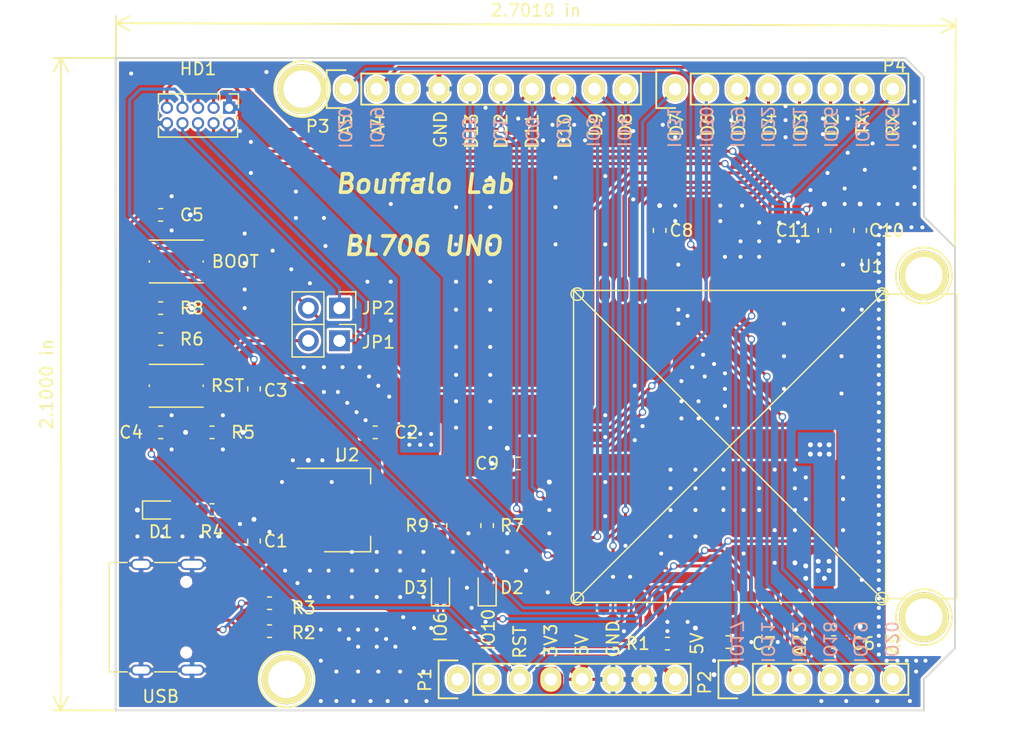
<source format=kicad_pcb>
(kicad_pcb (version 20171130) (host pcbnew "(5.1.5)-3")
  (title_block (date "lun. 30 mars 2015"))
  (layers (0 F.Cu signal) (31 B.Cu signal) (34 B.Paste user) (35 F.Paste user) (36 B.SilkS user) (37 F.SilkS user) (38 B.Mask user) (39 F.Mask user) (44 Edge.Cuts user))
  (net 0 "")
  (net 1 "Net-(U1-Pad18)")
  (net 2 "Net-(U1-Pad19)")
  (net 3 "Net-(U1-Pad16)")
  (net 4 "Net-(U1-Pad17)")
  (net 5 "Net-(U1-Pad15)")
  (net 6 /A5)
  (net 7 GND)
  (net 8 /A4)
  (net 9 /A3)
  (net 10 /A2)
  (net 11 /A1)
  (net 12 /A0)
  (net 13 +5V)
  (net 14 +3V3)
  (net 15 /Reset)
  (net 16 "Net-(C3-Pad2)")
  (net 17 "Net-(C5-Pad1)")
  (net 18 "Net-(D1-Pad2)")
  (net 19 "Net-(D2-Pad2)")
  (net 20 /D16)
  (net 21 "Net-(D3-Pad2)")
  (net 22 /D14)
  (net 23 /DTR)
  (net 24 /D15)
  (net 25 /RTS)
  (net 26 "Net-(J1-PadB5)")
  (net 27 /USB_DP)
  (net 28 "Net-(J1-PadA8)")
  (net 29 "Net-(J1-PadA5)")
  (net 30 "Net-(J1-PadB8)")
  (net 31 /USB_DN)
  (net 32 /BOOT)
  (net 33 /USB_5V)
  (net 34 /DM_N-)
  (net 35 /DP_P+)
  (net 36 "/11(**/MOSI)")
  (net 37 "/12(MISO)")
  (net 38 "/1(Tx)")
  (net 39 "/10(**/SS)")
  (net 40 "/0(Rx)")
  (net 41 /IOREF)
  (net 42 "Net-(P1-Pad1)")
  (net 43 /8)
  (net 44 "/9(**)")
  (net 45 "/13(SCK)")
  (net 46 /AREF)
  (net 47 /2)
  (net 48 "/3(**)")
  (net 49 /4)
  (net 50 "/5(**)")
  (net 51 "/6(**)")
  (net 52 /7)
  (net 53 "Net-(P5-Pad1)")
  (net 54 "Net-(P6-Pad1)")
  (net 55 "Net-(P7-Pad1)")
  (net 56 "Net-(P8-Pad1)")
  (module ulptech:bl70x_module (layer F.Cu) (at 161.29 104.648 270)
    (fp_text reference U1 (at -14.732 -11.557) (layer F.SilkS))
    (fp_text value bl706_module)
    (pad 18 smd roundrect (at -7.541 12.748) (size 2 0.9) (layers F.Cu F.Paste F.Mask) (roundrect_rratio 0.5) (net 1 "Net-(U1-Pad18)"))
    (pad 20 smd roundrect (at -4.541 12.748) (size 2 0.9) (layers F.Cu F.Paste F.Mask) (roundrect_rratio 0.5) (net 32 /BOOT))
    (pad 21 smd roundrect (at -3.041 12.748) (size 2 0.9) (layers F.Cu F.Paste F.Mask) (roundrect_rratio 0.5) (net 50 "/5(**)"))
    (pad 19 smd roundrect (at -6.041 12.748) (size 2 0.9) (layers F.Cu F.Paste F.Mask) (roundrect_rratio 0.5) (net 2 "Net-(U1-Pad19)"))
    (pad 25 smd roundrect (at 2.959 12.748) (size 2 0.9) (layers F.Cu F.Paste F.Mask) (roundrect_rratio 0.5) (net 7 GND))
    (pad 23 smd roundrect (at -0.041 12.748) (size 2 0.9) (layers F.Cu F.Paste F.Mask) (roundrect_rratio 0.5) (net 52 /7))
    (pad 29 smd roundrect (at 8.959 12.748) (size 2 0.9) (layers F.Cu F.Paste F.Mask) (roundrect_rratio 0.5) (net 45 "/13(SCK)"))
    (pad 30 smd roundrect (at 10.459 12.748) (size 2 0.9) (layers F.Cu F.Paste F.Mask) (roundrect_rratio 0.5) (net 43 /8))
    (pad 16 smd roundrect (at -10.541 12.748) (size 2 0.9) (layers F.Cu F.Paste F.Mask) (roundrect_rratio 0.5) (net 3 "Net-(U1-Pad16)"))
    (pad 22 smd roundrect (at -1.541 12.748) (size 2 0.9) (layers F.Cu F.Paste F.Mask) (roundrect_rratio 0.5) (net 51 "/6(**)"))
    (pad 28 smd roundrect (at 7.459 12.748) (size 2 0.9) (layers F.Cu F.Paste F.Mask) (roundrect_rratio 0.5) (net 39 "/10(**/SS)"))
    (pad 27 smd roundrect (at 5.959 12.748) (size 2 0.9) (layers F.Cu F.Paste F.Mask) (roundrect_rratio 0.5) (net 37 "/12(MISO)"))
    (pad 17 smd roundrect (at -9.041 12.748) (size 2 0.9) (layers F.Cu F.Paste F.Mask) (roundrect_rratio 0.5) (net 4 "Net-(U1-Pad17)"))
    (pad 24 smd roundrect (at 1.459 12.748) (size 2 0.9) (layers F.Cu F.Paste F.Mask) (roundrect_rratio 0.5) (net 14 +3V3))
    (pad 26 smd roundrect (at 4.459 12.748) (size 2 0.9) (layers F.Cu F.Paste F.Mask) (roundrect_rratio 0.5) (net 36 "/11(**/MOSI)"))
    (pad 44 smd roundrect (at 12.796 -9.213 90) (size 2 0.9) (layers F.Cu F.Paste F.Mask) (roundrect_rratio 0.5) (net 15 /Reset))
    (pad 34 smd roundrect (at 12.796 5.787 90) (size 2 0.9) (layers F.Cu F.Paste F.Mask) (roundrect_rratio 0.5) (net 34 /DM_N-))
    (pad 31 smd roundrect (at 12.796 10.287 90) (size 2 0.9) (layers F.Cu F.Paste F.Mask) (roundrect_rratio 0.5) (net 44 "/9(**)"))
    (pad 36 smd roundrect (at 12.796 2.787 90) (size 2 0.9) (layers F.Cu F.Paste F.Mask) (roundrect_rratio 0.5) (net 7 GND))
    (pad 38 smd roundrect (at 12.796 -0.213 90) (size 2 0.9) (layers F.Cu F.Paste F.Mask) (roundrect_rratio 0.5) (net 24 /D15))
    (pad 33 smd roundrect (at 12.796 7.287 90) (size 2 0.9) (layers F.Cu F.Paste F.Mask) (roundrect_rratio 0.5) (net 35 /DP_P+))
    (pad 39 smd roundrect (at 12.796 -1.713 90) (size 2 0.9) (layers F.Cu F.Paste F.Mask) (roundrect_rratio 0.5) (net 20 /D16))
    (pad 41 smd roundrect (at 12.796 -4.713 90) (size 2 0.9) (layers F.Cu F.Paste F.Mask) (roundrect_rratio 0.5) (net 10 /A2))
    (pad 43 smd roundrect (at 12.796 -7.713 90) (size 2 0.9) (layers F.Cu F.Paste F.Mask) (roundrect_rratio 0.5) (net 14 +3V3))
    (pad 45 smd roundrect (at 12.796 -10.713 90) (size 2 0.9) (layers F.Cu F.Paste F.Mask) (roundrect_rratio 0.5) (net 7 GND))
    (pad 32 smd roundrect (at 12.796 8.787 90) (size 2 0.9) (layers F.Cu F.Paste F.Mask) (roundrect_rratio 0.5) (net 22 /D14))
    (pad 35 smd roundrect (at 12.796 4.287 90) (size 2 0.9) (layers F.Cu F.Paste F.Mask) (roundrect_rratio 0.5) (net 33 /USB_5V))
    (pad 37 smd roundrect (at 12.796 1.287 90) (size 2 0.9) (layers F.Cu F.Paste F.Mask) (roundrect_rratio 0.5) (net 14 +3V3))
    (pad 40 smd roundrect (at 12.796 -3.213 90) (size 2 0.9) (layers F.Cu F.Paste F.Mask) (roundrect_rratio 0.5) (net 11 /A1))
    (pad 42 smd roundrect (at 12.796 -6.213 90) (size 2 0.9) (layers F.Cu F.Paste F.Mask) (roundrect_rratio 0.5) (net 7 GND))
    (pad 10 smd roundrect (at -12.827 2.705 270) (size 2 0.9) (layers F.Cu F.Paste F.Mask) (roundrect_rratio 0.5) (net 6 /A5))
    (pad 7 smd roundrect (at -12.827 -1.795 270) (size 2 0.9) (layers F.Cu F.Paste F.Mask) (roundrect_rratio 0.5) (net 12 /A0))
    (pad 1 smd roundrect (at -12.827 -10.795 270) (size 2 0.9) (layers F.Cu F.Paste F.Mask) (roundrect_rratio 0.5) (net 7 GND))
    (pad 11 smd roundrect (at -12.827 4.205 270) (size 2 0.9) (layers F.Cu F.Paste F.Mask) (roundrect_rratio 0.5) (net 7 GND))
    (pad 3 smd roundrect (at -12.827 -7.795 270) (size 2 0.9) (layers F.Cu F.Paste F.Mask) (roundrect_rratio 0.5) (net 14 +3V3))
    (pad 6 smd roundrect (at -12.827 -3.295 270) (size 2 0.9) (layers F.Cu F.Paste F.Mask) (roundrect_rratio 0.5) (net 47 /2))
    (pad 14 smd roundrect (at -12.827 8.705 270) (size 2 0.9) (layers F.Cu F.Paste F.Mask) (roundrect_rratio 0.5) (net 49 /4))
    (pad 13 smd roundrect (at -12.827 7.205 270) (size 2 0.9) (layers F.Cu F.Paste F.Mask) (roundrect_rratio 0.5) (net 48 "/3(**)"))
    (pad 4 smd roundrect (at -12.827 -6.295 270) (size 2 0.9) (layers F.Cu F.Paste F.Mask) (roundrect_rratio 0.5) (net 38 "/1(Tx)"))
    (pad 12 smd roundrect (at -12.827 5.705 270) (size 2 0.9) (layers F.Cu F.Paste F.Mask) (roundrect_rratio 0.5) (net 14 +3V3))
    (pad 15 smd roundrect (at -12.827 10.205 270) (size 2 0.9) (layers F.Cu F.Paste F.Mask) (roundrect_rratio 0.5) (net 5 "Net-(U1-Pad15)"))
    (pad 2 smd roundrect (at -12.827 -9.295 270) (size 2 0.9) (layers F.Cu F.Paste F.Mask) (roundrect_rratio 0.5) (net 7 GND))
    (pad 5 smd roundrect (at -12.827 -4.795 270) (size 2 0.9) (layers F.Cu F.Paste F.Mask) (roundrect_rratio 0.5) (net 40 "/0(Rx)"))
    (pad 8 smd roundrect (at -12.827 -0.295 270) (size 2 0.9) (layers F.Cu F.Paste F.Mask) (roundrect_rratio 0.5) (net 9 /A3))
    (pad 9 smd roundrect (at -12.827 1.205 270) (size 2 0.9) (layers F.Cu F.Paste F.Mask) (roundrect_rratio 0.5) (net 8 /A4))
  )
  (module Socket_Arduino_Uno:Arduino_1pin (layer F.Cu) (at 177.165 90.678)
    (fp_text reference P8 hide)
    (fp_text value CONN_01X01 hide)
    (pad 1 thru_hole circle (at 0 0) (size 4.064 4.064) (drill 3.048) (layers *.Cu *.Mask F.SilkS) (net 56 "Net-(P8-Pad1)"))
  )
  (module Socket_Arduino_Uno:Arduino_1pin (layer F.Cu) (at 177.165 118.618)
    (fp_text reference P6 hide)
    (fp_text value CONN_01X01 hide)
    (pad 1 thru_hole circle (at 0 0) (size 4.064 4.064) (drill 3.048) (layers *.Cu *.Mask F.SilkS) (net 54 "Net-(P6-Pad1)"))
  )
  (module Socket_Arduino_Uno:Socket_Strip_Arduino_1x06 (layer F.Cu) (at 161.925 123.698)
    (fp_text reference P2 (at -2.667 0.254 90) (layer F.SilkS))
    (fp_text value Analog)
    (pad 6 thru_hole oval (at 12.7 0) (size 1.7272 2.032) (drill 1.016) (layers *.Cu *.Mask F.SilkS) (net 6 /A5))
    (pad 5 thru_hole oval (at 10.16 0) (size 1.7272 2.032) (drill 1.016) (layers *.Cu *.Mask F.SilkS) (net 8 /A4))
    (pad 4 thru_hole oval (at 7.62 0) (size 1.7272 2.032) (drill 1.016) (layers *.Cu *.Mask F.SilkS) (net 9 /A3))
    (pad 3 thru_hole oval (at 5.08 0) (size 1.7272 2.032) (drill 1.016) (layers *.Cu *.Mask F.SilkS) (net 10 /A2))
    (pad 2 thru_hole oval (at 2.54 0) (size 1.7272 2.032) (drill 1.016) (layers *.Cu *.Mask F.SilkS) (net 11 /A1))
    (pad 1 thru_hole oval (at 0 0) (size 1.7272 2.032) (drill 1.016) (layers *.Cu *.Mask F.SilkS) (net 12 /A0))
  )
  (module Socket_Arduino_Uno:Socket_Strip_Arduino_1x08 (layer F.Cu) (at 139.065 123.698)
    (fp_text reference P1 (at -2.667 0.0508 90) (layer F.SilkS))
    (fp_text value Power)
    (pad 8 thru_hole oval (at 17.78 0) (size 1.7272 2.032) (drill 1.016) (layers *.Cu *.Mask F.SilkS) (net 13 +5V))
    (pad 7 thru_hole oval (at 15.24 0) (size 1.7272 2.032) (drill 1.016) (layers *.Cu *.Mask F.SilkS) (net 7 GND))
    (pad 6 thru_hole oval (at 12.7 0) (size 1.7272 2.032) (drill 1.016) (layers *.Cu *.Mask F.SilkS) (net 7 GND))
    (pad 5 thru_hole oval (at 10.16 0) (size 1.7272 2.032) (drill 1.016) (layers *.Cu *.Mask F.SilkS) (net 13 +5V))
    (pad 4 thru_hole oval (at 7.62 0) (size 1.7272 2.032) (drill 1.016) (layers *.Cu *.Mask F.SilkS) (net 14 +3V3))
    (pad 3 thru_hole oval (at 5.08 0) (size 1.7272 2.032) (drill 1.016) (layers *.Cu *.Mask F.SilkS) (net 15 /Reset))
    (pad 2 thru_hole oval (at 2.54 0) (size 1.7272 2.032) (drill 1.016) (layers *.Cu *.Mask F.SilkS) (net 41 /IOREF))
    (pad 1 thru_hole oval (at 0 0) (size 1.7272 2.032) (drill 1.016) (layers *.Cu *.Mask F.SilkS) (net 42 "Net-(P1-Pad1)"))
  )
  (module Socket_Arduino_Uno:Socket_Strip_Arduino_1x08 (layer F.Cu) (at 156.845 75.438)
    (fp_text reference P4 (at 17.907 -1.905) (layer F.SilkS))
    (fp_text value Digital)
    (pad 8 thru_hole oval (at 17.78 0) (size 1.7272 2.032) (drill 1.016) (layers *.Cu *.Mask F.SilkS) (net 40 "/0(Rx)"))
    (pad 7 thru_hole oval (at 15.24 0) (size 1.7272 2.032) (drill 1.016) (layers *.Cu *.Mask F.SilkS) (net 38 "/1(Tx)"))
    (pad 6 thru_hole oval (at 12.7 0) (size 1.7272 2.032) (drill 1.016) (layers *.Cu *.Mask F.SilkS) (net 47 /2))
    (pad 5 thru_hole oval (at 10.16 0) (size 1.7272 2.032) (drill 1.016) (layers *.Cu *.Mask F.SilkS) (net 48 "/3(**)"))
    (pad 4 thru_hole oval (at 7.62 0) (size 1.7272 2.032) (drill 1.016) (layers *.Cu *.Mask F.SilkS) (net 49 /4))
    (pad 3 thru_hole oval (at 5.08 0) (size 1.7272 2.032) (drill 1.016) (layers *.Cu *.Mask F.SilkS) (net 50 "/5(**)"))
    (pad 2 thru_hole oval (at 2.54 0) (size 1.7272 2.032) (drill 1.016) (layers *.Cu *.Mask F.SilkS) (net 51 "/6(**)"))
    (pad 1 thru_hole oval (at 0 0) (size 1.7272 2.032) (drill 1.016) (layers *.Cu *.Mask F.SilkS) (net 52 /7))
  )
  (module Socket_Arduino_Uno:Arduino_1pin (layer F.Cu) (at 126.365 75.438)
    (fp_text reference P7 hide)
    (fp_text value CONN_01X01 hide)
    (pad 1 thru_hole circle (at 0 0) (size 4.064 4.064) (drill 3.048) (layers *.Cu *.Mask F.SilkS) (net 55 "Net-(P7-Pad1)"))
  )
  (module Socket_Arduino_Uno:Arduino_1pin (layer F.Cu) (at 125.095 123.698)
    (fp_text reference P5 hide)
    (fp_text value CONN_01X01 hide)
    (pad 1 thru_hole circle (at 0 0) (size 4.064 4.064) (drill 3.048) (layers *.Cu *.Mask F.SilkS) (net 53 "Net-(P5-Pad1)"))
  )
  (module Socket_Arduino_Uno:Socket_Strip_Arduino_1x10 (layer F.Cu) (at 129.921 75.438)
    (fp_text reference P3 (at -2.286 3.048) (layer F.SilkS))
    (fp_text value Digital)
    (pad 10 thru_hole oval (at 22.86 0) (size 1.7272 2.032) (drill 1.016) (layers *.Cu *.Mask F.SilkS) (net 43 /8))
    (pad 9 thru_hole oval (at 20.32 0) (size 1.7272 2.032) (drill 1.016) (layers *.Cu *.Mask F.SilkS) (net 44 "/9(**)"))
    (pad 8 thru_hole oval (at 17.78 0) (size 1.7272 2.032) (drill 1.016) (layers *.Cu *.Mask F.SilkS) (net 39 "/10(**/SS)"))
    (pad 7 thru_hole oval (at 15.24 0) (size 1.7272 2.032) (drill 1.016) (layers *.Cu *.Mask F.SilkS) (net 36 "/11(**/MOSI)"))
    (pad 6 thru_hole oval (at 12.7 0) (size 1.7272 2.032) (drill 1.016) (layers *.Cu *.Mask F.SilkS) (net 37 "/12(MISO)"))
    (pad 5 thru_hole oval (at 10.16 0) (size 1.7272 2.032) (drill 1.016) (layers *.Cu *.Mask F.SilkS) (net 45 "/13(SCK)"))
    (pad 4 thru_hole oval (at 7.62 0) (size 1.7272 2.032) (drill 1.016) (layers *.Cu *.Mask F.SilkS) (net 7 GND))
    (pad 3 thru_hole oval (at 5.08 0) (size 1.7272 2.032) (drill 1.016) (layers *.Cu *.Mask F.SilkS) (net 46 /AREF))
    (pad 2 thru_hole oval (at 2.54 0) (size 1.7272 2.032) (drill 1.016) (layers *.Cu *.Mask F.SilkS) (net 8 /A4))
    (pad 1 thru_hole oval (at 0 0) (size 1.7272 2.032) (drill 1.016) (layers *.Cu *.Mask F.SilkS) (net 6 /A5))
  )
  (module Capacitor_SMD:C_0603_1608Metric (layer F.Cu) (at 169.037 86.995 90)
    (fp_text reference C11 (at 0 -2.54 180) (layer F.SilkS))
    (fp_text value 10uF)
    (pad 2 smd roundrect (at 0.7875 0 90) (size 0.875 0.95) (layers F.Cu F.Paste F.Mask) (net 7 GND))
    (pad 1 smd roundrect (at -0.7875 0 90) (size 0.875 0.95) (layers F.Cu F.Paste F.Mask) (net 14 +3V3))
  )
  (module Capacitor_SMD:C_0603_1608Metric (layer F.Cu) (at 171.958 86.995 90)
    (fp_text reference C10 (at 0 2.159 180) (layer F.SilkS))
    (fp_text value 10pF)
    (pad 2 smd roundrect (at 0.7875 0 90) (size 0.875 0.95) (layers F.Cu F.Paste F.Mask) (net 7 GND))
    (pad 1 smd roundrect (at -0.7875 0 90) (size 0.875 0.95) (layers F.Cu F.Paste F.Mask) (net 14 +3V3))
  )
  (module Capacitor_SMD:C_0603_1608Metric (layer F.Cu) (at 144.018 106.045 180)
    (fp_text reference C9 (at 2.54 0) (layer F.SilkS))
    (fp_text value 1uF)
    (pad 2 smd roundrect (at 0.7875 0 180) (size 0.875 0.95) (layers F.Cu F.Paste F.Mask) (net 7 GND))
    (pad 1 smd roundrect (at -0.7875 0 180) (size 0.875 0.95) (layers F.Cu F.Paste F.Mask) (net 14 +3V3))
  )
  (module Capacitor_SMD:C_0603_1608Metric (layer F.Cu) (at 155.575 86.995 90)
    (fp_text reference C8 (at 0 1.778 180) (layer F.SilkS))
    (fp_text value 1uF)
    (pad 2 smd roundrect (at 0.7875 0 90) (size 0.875 0.95) (layers F.Cu F.Paste F.Mask) (net 7 GND))
    (pad 1 smd roundrect (at -0.7875 0 90) (size 0.875 0.95) (layers F.Cu F.Paste F.Mask) (net 14 +3V3))
  )
  (module Capacitor_SMD:C_0603_1608Metric (layer F.Cu) (at 161.163 120.65)
    (fp_text reference C7 (at 2.921 0.127 180) (layer F.SilkS))
    (fp_text value 1uF)
    (pad 2 smd roundrect (at 0.7875 0) (size 0.875 0.95) (layers F.Cu F.Paste F.Mask) (net 7 GND))
    (pad 1 smd roundrect (at -0.7875 0) (size 0.875 0.95) (layers F.Cu F.Paste F.Mask) (net 14 +3V3))
  )
  (module Capacitor_SMD:C_0603_1608Metric (layer F.Cu) (at 169.799 120.65)
    (fp_text reference C6 (at 2.413 0.127) (layer F.SilkS))
    (fp_text value 1uF)
    (pad 2 smd roundrect (at 0.7875 0) (size 0.875 0.95) (layers F.Cu F.Paste F.Mask) (net 7 GND))
    (pad 1 smd roundrect (at -0.7875 0) (size 0.875 0.95) (layers F.Cu F.Paste F.Mask) (net 14 +3V3))
  )
  (module Package_TO_SOT_SMD:SOT-223-3_TabPin2 (layer F.Cu) (at 130.048 109.855)
    (fp_text reference U2 (at 0 -4.5) (layer F.SilkS))
    (fp_text value AP1117-33)
    (pad 1 smd rect (at -3.15 -2.3) (size 2 1.5) (layers F.Cu F.Paste F.Mask) (net 7 GND))
    (pad 3 smd rect (at -3.15 2.3) (size 2 1.5) (layers F.Cu F.Paste F.Mask) (net 13 +5V))
    (pad 2 smd rect (at -3.15 0) (size 2 1.5) (layers F.Cu F.Paste F.Mask) (net 14 +3V3))
    (pad 2 smd rect (at 3.15 0) (size 2 3.8) (layers F.Cu F.Paste F.Mask) (net 14 +3V3))
  )
  (module Button_Switch_SMD:SW_Push_1P1T_NO_Vertical_Wuerth_434133025816 (layer F.Cu) (at 116.078 99.695 180)
    (fp_text reference RST (at -4.191 0 180) (layer F.SilkS))
    (fp_text value RST)
    (pad 2 smd rect (at 2.05 1.075 180) (size 1.05 0.65) (layers F.Cu F.Paste F.Mask) (net 15 /Reset))
    (pad 1 smd rect (at 2.075 -1.075 180) (size 1.05 0.65) (layers F.Cu F.Paste F.Mask) (net 16 "Net-(C3-Pad2)"))
    (pad 2 smd rect (at -2.075 1.075 180) (size 1.05 0.65) (layers F.Cu F.Paste F.Mask) (net 15 /Reset))
    (pad 1 smd rect (at -2.075 -1.075 180) (size 1.05 0.65) (layers F.Cu F.Paste F.Mask) (net 16 "Net-(C3-Pad2)"))
  )
  (module Button_Switch_SMD:SW_Push_1P1T_NO_Vertical_Wuerth_434133025816 (layer F.Cu) (at 116.078 89.535)
    (fp_text reference BOOT (at 4.826 0) (layer F.SilkS))
    (fp_text value BOOT)
    (pad 2 smd rect (at 2.05 1.075) (size 1.05 0.65) (layers F.Cu F.Paste F.Mask) (net 17 "Net-(C5-Pad1)"))
    (pad 1 smd rect (at 2.075 -1.075) (size 1.05 0.65) (layers F.Cu F.Paste F.Mask) (net 32 /BOOT))
    (pad 2 smd rect (at -2.075 1.075) (size 1.05 0.65) (layers F.Cu F.Paste F.Mask) (net 17 "Net-(C5-Pad1)"))
    (pad 1 smd rect (at -2.075 -1.075) (size 1.05 0.65) (layers F.Cu F.Paste F.Mask) (net 32 /BOOT))
  )
  (module Resistor_SMD:R_0603_1608Metric (layer F.Cu) (at 137.668 111.125 270)
    (fp_text reference R9 (at 0 1.905 180) (layer F.SilkS))
    (fp_text value 220)
    (pad 2 smd roundrect (at 0.7875 0 270) (size 0.875 0.95) (layers F.Cu F.Paste F.Mask) (net 21 "Net-(D3-Pad2)"))
    (pad 1 smd roundrect (at -0.7875 0 270) (size 0.875 0.95) (layers F.Cu F.Paste F.Mask) (net 14 +3V3))
  )
  (module Resistor_SMD:R_0603_1608Metric (layer F.Cu) (at 114.808 93.345 180)
    (fp_text reference R8 (at -2.54 0) (layer F.SilkS))
    (fp_text value 1K)
    (pad 2 smd roundrect (at 0.7875 0 180) (size 0.875 0.95) (layers F.Cu F.Paste F.Mask) (net 17 "Net-(C5-Pad1)"))
    (pad 1 smd roundrect (at -0.7875 0 180) (size 0.875 0.95) (layers F.Cu F.Paste F.Mask) (net 14 +3V3))
  )
  (module Resistor_SMD:R_0603_1608Metric (layer F.Cu) (at 141.478 111.125 270)
    (fp_text reference R7 (at 0 -2.032 180) (layer F.SilkS))
    (fp_text value 220)
    (pad 2 smd roundrect (at 0.7875 0 270) (size 0.875 0.95) (layers F.Cu F.Paste F.Mask) (net 19 "Net-(D2-Pad2)"))
    (pad 1 smd roundrect (at -0.7875 0 270) (size 0.875 0.95) (layers F.Cu F.Paste F.Mask) (net 14 +3V3))
  )
  (module Resistor_SMD:R_0603_1608Metric (layer F.Cu) (at 114.808 95.885)
    (fp_text reference R6 (at 2.54 0) (layer F.SilkS))
    (fp_text value 100K)
    (pad 2 smd roundrect (at 0.7875 0) (size 0.875 0.95) (layers F.Cu F.Paste F.Mask) (net 15 /Reset))
    (pad 1 smd roundrect (at -0.7875 0) (size 0.875 0.95) (layers F.Cu F.Paste F.Mask) (net 14 +3V3))
  )
  (module Resistor_SMD:R_0603_1608Metric (layer F.Cu) (at 118.999 103.505)
    (fp_text reference R5 (at 2.54 0) (layer F.SilkS))
    (fp_text value 10K)
    (pad 2 smd roundrect (at 0.7875 0) (size 0.875 0.95) (layers F.Cu F.Paste F.Mask) (net 7 GND))
    (pad 1 smd roundrect (at -0.7875 0) (size 0.875 0.95) (layers F.Cu F.Paste F.Mask) (net 16 "Net-(C3-Pad2)"))
  )
  (module Resistor_SMD:R_0603_1608Metric (layer F.Cu) (at 118.999 109.855 180)
    (fp_text reference R4 (at 0 -1.778) (layer F.SilkS))
    (fp_text value 10K)
    (pad 2 smd roundrect (at 0.7875 0 180) (size 0.875 0.95) (layers F.Cu F.Paste F.Mask) (net 18 "Net-(D1-Pad2)"))
    (pad 1 smd roundrect (at -0.7875 0 180) (size 0.875 0.95) (layers F.Cu F.Paste F.Mask) (net 14 +3V3))
  )
  (module Resistor_SMD:R_0603_1608Metric (layer F.Cu) (at 123.698 117.475 180)
    (fp_text reference R3 (at -2.794 -0.381) (layer F.SilkS))
    (fp_text value 0)
    (pad 2 smd roundrect (at 0.7875 0 180) (size 0.875 0.95) (layers F.Cu F.Paste F.Mask) (net 27 /USB_DP))
    (pad 1 smd roundrect (at -0.7875 0 180) (size 0.875 0.95) (layers F.Cu F.Paste F.Mask) (net 35 /DP_P+))
  )
  (module Resistor_SMD:R_0603_1608Metric (layer F.Cu) (at 123.698 119.761 180)
    (fp_text reference R2 (at -2.794 -0.127) (layer F.SilkS))
    (fp_text value 0)
    (pad 2 smd roundrect (at 0.7875 0 180) (size 0.875 0.95) (layers F.Cu F.Paste F.Mask) (net 31 /USB_DN))
    (pad 1 smd roundrect (at -0.7875 0 180) (size 0.875 0.95) (layers F.Cu F.Paste F.Mask) (net 34 /DM_N-))
  )
  (module Resistor_SMD:R_0603_1608Metric (layer F.Cu) (at 156.21 120.777 180)
    (fp_text reference R1 (at 2.413 0) (layer F.SilkS))
    (fp_text value 0)
    (pad 2 smd roundrect (at 0.7875 0 180) (size 0.875 0.95) (layers F.Cu F.Paste F.Mask) (net 13 +5V))
    (pad 1 smd roundrect (at -0.7875 0 180) (size 0.875 0.95) (layers F.Cu F.Paste F.Mask) (net 33 /USB_5V))
  )
  (module Connector_PinHeader_2.54mm:PinHeader_1x02_P2.54mm_Vertical (layer F.Cu) (at 129.413 93.345 270)
    (fp_text reference JP2 (at 0 -3.175) (layer F.SilkS))
    (fp_text value Jumper)
    (pad 2 thru_hole oval (at 0 2.54 270) (size 1.7 1.7) (drill 1) (layers *.Cu *.Mask) (net 32 /BOOT))
    (pad 1 thru_hole rect (at 0 0 270) (size 1.7 1.7) (drill 1) (layers *.Cu *.Mask) (net 23 /DTR))
  )
  (module Connector_PinHeader_2.54mm:PinHeader_1x02_P2.54mm_Vertical (layer F.Cu) (at 129.413 96.012 270)
    (fp_text reference JP1 (at 0.127 -3.175 180) (layer F.SilkS))
    (fp_text value Jumper)
    (pad 2 thru_hole oval (at 0 2.54 270) (size 1.7 1.7) (drill 1) (layers *.Cu *.Mask) (net 15 /Reset))
    (pad 1 thru_hole rect (at 0 0 270) (size 1.7 1.7) (drill 1) (layers *.Cu *.Mask) (net 25 /RTS))
  )
  (module Connector_USB:USB_C_Receptacle_Palconn_UTC16-G (layer F.Cu) (at 115.443 118.618 270)
    (fp_text reference USB (at 6.477 0.635 180) (layer F.SilkS))
    (fp_text value USB_C_Receptacle_USB2.0)
    (pad A12 smd rect (at 3.2 -2.51 270) (size 0.6 1.16) (layers F.Cu F.Paste F.Mask) (net 7 GND))
    (pad A9 smd rect (at 2.4 -2.51 270) (size 0.6 1.16) (layers F.Cu F.Paste F.Mask) (net 13 +5V))
    (pad B1 smd rect (at 3.2 -2.51 270) (size 0.6 1.16) (layers F.Cu F.Paste F.Mask) (net 7 GND))
    (pad B4 smd rect (at 2.4 -2.51 270) (size 0.6 1.16) (layers F.Cu F.Paste F.Mask) (net 13 +5V))
    (pad B12 smd rect (at -3.2 -2.51 270) (size 0.6 1.16) (layers F.Cu F.Paste F.Mask) (net 7 GND))
    (pad A1 smd rect (at -3.2 -2.51 270) (size 0.6 1.16) (layers F.Cu F.Paste F.Mask) (net 7 GND))
    (pad B9 smd rect (at -2.4 -2.51 270) (size 0.6 1.16) (layers F.Cu F.Paste F.Mask) (net 13 +5V))
    (pad A4 smd rect (at -2.4 -2.51 270) (size 0.6 1.16) (layers F.Cu F.Paste F.Mask) (net 13 +5V))
    (pad "" np_thru_hole circle (at -2.89 -1.45 90) (size 0.6 0.6) (drill 0.6) (layers *.Cu *.Mask))
    (pad "" np_thru_hole circle (at 2.89 -1.45 90) (size 0.6 0.6) (drill 0.6) (layers *.Cu *.Mask))
    (pad B5 smd rect (at 1.75 -2.51 90) (size 0.3 1.16) (layers F.Cu F.Paste F.Mask) (net 26 "Net-(J1-PadB5)"))
    (pad B6 smd rect (at 0.75 -2.51 90) (size 0.3 1.16) (layers F.Cu F.Paste F.Mask) (net 27 /USB_DP))
    (pad A8 smd rect (at 1.25 -2.51 90) (size 0.3 1.16) (layers F.Cu F.Paste F.Mask) (net 28 "Net-(J1-PadA8)"))
    (pad A5 smd rect (at -1.25 -2.51 90) (size 0.3 1.16) (layers F.Cu F.Paste F.Mask) (net 29 "Net-(J1-PadA5)"))
    (pad B8 smd rect (at -1.75 -2.51 90) (size 0.3 1.16) (layers F.Cu F.Paste F.Mask) (net 30 "Net-(J1-PadB8)"))
    (pad A7 smd rect (at 0.25 -2.51 90) (size 0.3 1.16) (layers F.Cu F.Paste F.Mask) (net 31 /USB_DN))
    (pad A6 smd rect (at -0.25 -2.51 90) (size 0.3 1.16) (layers F.Cu F.Paste F.Mask) (net 27 /USB_DP))
    (pad B7 smd rect (at -0.75 -2.51 90) (size 0.3 1.16) (layers F.Cu F.Paste F.Mask) (net 31 /USB_DN))
    (pad S1 thru_hole oval (at 4.32 2.24) (size 1.7 0.9) (drill oval 1.4 0.6) (layers *.Cu *.Mask) (net 7 GND))
    (pad S1 thru_hole oval (at -4.32 2.24) (size 1.7 0.9) (drill oval 1.4 0.6) (layers *.Cu *.Mask) (net 7 GND))
    (pad S1 thru_hole oval (at 4.32 -1.93) (size 2 0.9) (drill oval 1.7 0.6) (layers *.Cu *.Mask) (net 7 GND))
    (pad S1 thru_hole oval (at -4.32 -1.93) (size 2 0.9) (drill oval 1.7 0.6) (layers *.Cu *.Mask) (net 7 GND))
  )
  (module Connector_PinHeader_1.27mm:PinHeader_2x05_P1.27mm_Vertical (layer F.Cu) (at 120.396 76.962 270)
    (fp_text reference HD1 (at -3.175 2.54 180) (layer F.SilkS))
    (fp_text value BL_mini-JTAG-10)
    (pad 10 thru_hole oval (at 1.27 5.08 270) (size 1 1) (drill 0.65) (layers *.Cu *.Mask) (net 7 GND))
    (pad 9 thru_hole oval (at 0 5.08 270) (size 1 1) (drill 0.65) (layers *.Cu *.Mask) (net 36 "/11(**/MOSI)"))
    (pad 8 thru_hole oval (at 1.27 3.81 270) (size 1 1) (drill 0.65) (layers *.Cu *.Mask) (net 23 /DTR))
    (pad 7 thru_hole oval (at 0 3.81 270) (size 1 1) (drill 0.65) (layers *.Cu *.Mask) (net 24 /D15))
    (pad 6 thru_hole oval (at 1.27 2.54 270) (size 1 1) (drill 0.65) (layers *.Cu *.Mask) (net 25 /RTS))
    (pad 5 thru_hole oval (at 0 2.54 270) (size 1 1) (drill 0.65) (layers *.Cu *.Mask) (net 37 "/12(MISO)"))
    (pad 4 thru_hole oval (at 1.27 1.27 270) (size 1 1) (drill 0.65) (layers *.Cu *.Mask) (net 38 "/1(Tx)"))
    (pad 3 thru_hole oval (at 0 1.27 270) (size 1 1) (drill 0.65) (layers *.Cu *.Mask) (net 39 "/10(**/SS)"))
    (pad 2 thru_hole oval (at 1.27 0 270) (size 1 1) (drill 0.65) (layers *.Cu *.Mask) (net 40 "/0(Rx)"))
    (pad 1 thru_hole rect (at 0 0 270) (size 1 1) (drill 0.65) (layers *.Cu *.Mask) (net 14 +3V3))
  )
  (module Diode_SMD:D_0603_1608Metric (layer F.Cu) (at 137.668 116.205 90)
    (fp_text reference D3 (at 0 -2.032 180) (layer F.SilkS))
    (fp_text value RED)
    (pad 2 smd roundrect (at 0.7875 0 90) (size 0.875 0.95) (layers F.Cu F.Paste F.Mask) (net 21 "Net-(D3-Pad2)"))
    (pad 1 smd roundrect (at -0.7875 0 90) (size 0.875 0.95) (layers F.Cu F.Paste F.Mask) (net 22 /D14))
  )
  (module Diode_SMD:D_0603_1608Metric (layer F.Cu) (at 141.478 116.205 90)
    (fp_text reference D2 (at 0 2.032 180) (layer F.SilkS))
    (fp_text value RED)
    (pad 2 smd roundrect (at 0.7875 0 90) (size 0.875 0.95) (layers F.Cu F.Paste F.Mask) (net 19 "Net-(D2-Pad2)"))
    (pad 1 smd roundrect (at -0.7875 0 90) (size 0.875 0.95) (layers F.Cu F.Paste F.Mask) (net 20 /D16))
  )
  (module Diode_SMD:D_0603_1608Metric (layer F.Cu) (at 114.808 109.855)
    (fp_text reference D1 (at 0 1.778) (layer F.SilkS))
    (fp_text value RED)
    (pad 2 smd roundrect (at 0.7875 0) (size 0.875 0.95) (layers F.Cu F.Paste F.Mask) (net 18 "Net-(D1-Pad2)"))
    (pad 1 smd roundrect (at -0.7875 0) (size 0.875 0.95) (layers F.Cu F.Paste F.Mask) (net 7 GND))
  )
  (module Capacitor_SMD:C_0603_1608Metric (layer F.Cu) (at 114.808 85.725)
    (fp_text reference C5 (at 2.54 0) (layer F.SilkS))
    (fp_text value 0.1uF)
    (pad 2 smd roundrect (at 0.7875 0) (size 0.875 0.95) (layers F.Cu F.Paste F.Mask) (net 7 GND))
    (pad 1 smd roundrect (at -0.7875 0) (size 0.875 0.95) (layers F.Cu F.Paste F.Mask) (net 17 "Net-(C5-Pad1)"))
  )
  (module Capacitor_SMD:C_0603_1608Metric (layer F.Cu) (at 114.808 103.505)
    (fp_text reference C4 (at -2.413 0) (layer F.SilkS))
    (fp_text value 0.1uF)
    (pad 2 smd roundrect (at 0.7875 0) (size 0.875 0.95) (layers F.Cu F.Paste F.Mask) (net 7 GND))
    (pad 1 smd roundrect (at -0.7875 0) (size 0.875 0.95) (layers F.Cu F.Paste F.Mask) (net 15 /Reset))
  )
  (module Capacitor_SMD:C_0603_1608Metric (layer F.Cu) (at 122.428 99.949 270)
    (fp_text reference C3 (at 0.127 -1.778 180) (layer F.SilkS))
    (fp_text value 0.1uF)
    (pad 2 smd roundrect (at 0.7875 0 270) (size 0.875 0.95) (layers F.Cu F.Paste F.Mask) (net 16 "Net-(C3-Pad2)"))
    (pad 1 smd roundrect (at -0.7875 0 270) (size 0.875 0.95) (layers F.Cu F.Paste F.Mask) (net 14 +3V3))
  )
  (module Capacitor_SMD:C_0603_1608Metric (layer F.Cu) (at 132.334 103.505 180)
    (fp_text reference C2 (at -2.54 0) (layer F.SilkS))
    (fp_text value 22uF)
    (pad 2 smd roundrect (at 0.7875 0 180) (size 0.875 0.95) (layers F.Cu F.Paste F.Mask) (net 7 GND))
    (pad 1 smd roundrect (at -0.7875 0 180) (size 0.875 0.95) (layers F.Cu F.Paste F.Mask) (net 14 +3V3))
  )
  (module Capacitor_SMD:C_0603_1608Metric (layer F.Cu) (at 122.428 112.395 90)
    (fp_text reference C1 (at 0 1.778 180) (layer F.SilkS))
    (fp_text value 10uF)
    (pad 2 smd roundrect (at 0.7875 0 90) (size 0.875 0.95) (layers F.Cu F.Paste F.Mask) (net 7 GND))
    (pad 1 smd roundrect (at -0.7875 0 90) (size 0.875 0.95) (layers F.Cu F.Paste F.Mask) (net 13 +5V))
  )
  (dimension 53.340006 (width 0.15) (layer F.SilkS) (gr_text "53.340 mm" (at 105.341829 99.56524 89.9727163) (layer F.SilkS) (effects (font (size 1 1) (thickness 0.15)))) (feature1 (pts (xy 111.125 126.238) (xy 106.042708 126.23558))) (feature2 (pts (xy 111.1504 72.898) (xy 106.068108 72.89558))) (crossbar (pts (xy 106.654529 72.895859) (xy 106.629129 126.235859))) (arrow1a (pts (xy 106.629129 126.235859) (xy 106.043245 125.109076))) (arrow1b (pts (xy 106.629129 126.235859) (xy 107.216086 125.109635))) (arrow2a (pts (xy 106.654529 72.895859) (xy 106.067572 74.022083))) (arrow2b (pts (xy 106.654529 72.895859) (xy 107.240413 74.022642))))
  (dimension 68.605701 (width 0.15) (layer F.SilkS) (gr_text "68.606 mm" (at 145.459872 68.852408 -0.1697019236) (layer F.SilkS) (effects (font (size 1 1) (thickness 0.15)))) (feature1 (pts (xy 111.0996 88.1888) (xy 111.155059 69.464383))) (feature2 (pts (xy 179.705 88.392) (xy 179.760459 69.667583))) (crossbar (pts (xy 179.758722 70.254002) (xy 111.153322 70.050802))) (arrow1a (pts (xy 111.153322 70.050802) (xy 112.281558 69.46772))) (arrow1b (pts (xy 111.153322 70.050802) (xy 112.278084 70.640557))) (arrow2a (pts (xy 179.758722 70.254002) (xy 178.63396 69.664247))) (arrow2b (pts (xy 179.758722 70.254002) (xy 178.630486 70.837084))))
  (gr_text IO10 (at 141.5796 119.634 90) (layer F.SilkS) (effects (font (size 1 1))))
  (gr_text IO6 (at 137.668 119.4308 90) (layer F.SilkS) (effects (font (size 1 1))))
  (gr_text IO20 (at 174.498 120.65 270) (layer B.SilkS) (effects (font (size 1 1)) (justify mirror)))
  (gr_text IO19 (at 171.958 120.65 270) (layer B.SilkS) (effects (font (size 1 1)) (justify mirror)))
  (gr_text IO18 (at 169.4688 120.65 270) (layer B.SilkS) (effects (font (size 1 1)) (justify mirror)))
  (gr_text IO12 (at 166.9288 120.65 270) (layer B.SilkS) (effects (font (size 1 1)) (justify mirror)))
  (gr_text IO11 (at 164.3888 120.65 270) (layer B.SilkS) (effects (font (size 1 1)) (justify mirror)))
  (gr_text IO17 (at 161.8488 120.5992 270) (layer B.SilkS) (effects (font (size 1 1)) (justify mirror)))
  (gr_text IO15 (at 174.5488 78.5368 270) (layer B.SilkS) (effects (font (size 1 1)) (justify mirror)))
  (gr_text IO14 (at 172.1104 78.5368 270) (layer B.SilkS) (effects (font (size 1 1)) (justify mirror)))
  (gr_text IO16 (at 169.5196 78.5368 270) (layer B.SilkS) (effects (font (size 1 1)) (justify mirror)))
  (gr_text IO21 (at 166.9796 78.5368 270) (layer B.SilkS) (effects (font (size 1 1)) (justify mirror)))
  (gr_text IO22 (at 164.3888 78.5368 270) (layer B.SilkS) (effects (font (size 1 1)) (justify mirror)))
  (gr_text IO29 (at 161.8996 78.5368 270) (layer B.SilkS) (effects (font (size 1 1)) (justify mirror)))
  (gr_text IO30 (at 159.3596 78.5368 270) (layer B.SilkS) (effects (font (size 1 1)) (justify mirror)))
  (gr_text IO31 (at 156.718 78.5368 270) (layer B.SilkS) (effects (font (size 1 1)) (justify mirror)))
  (gr_text IO4 (at 152.654 78.9432 270) (layer B.SilkS) (effects (font (size 1 1)) (justify mirror)))
  (gr_text IO5 (at 150.114 78.9432 270) (layer B.SilkS) (effects (font (size 1 1)) (justify mirror)))
  (gr_text IO2 (at 147.6756 78.9432 270) (layer B.SilkS) (effects (font (size 1 1)) (justify mirror)))
  (gr_text IO0 (at 145.1356 78.9432 270) (layer B.SilkS) (effects (font (size 1 1)) (justify mirror)))
  (gr_text IO1 (at 142.494 78.9432 270) (layer B.SilkS) (effects (font (size 1 1)) (justify mirror)))
  (gr_text IO3 (at 139.954 78.9432 270) (layer B.SilkS) (effects (font (size 1 1)) (justify mirror)))
  (gr_text IO20 (at 129.8448 78.5876 270) (layer B.SilkS) (effects (font (size 1 1)) (justify mirror)))
  (gr_text IO19 (at 132.4356 78.5876 270) (layer B.SilkS) (effects (font (size 1 1)) (justify mirror)))
  (gr_text A5 (at 129.921 78.359 90) (layer F.SilkS) (effects (font (size 1 1))))
  (gr_text A4 (at 132.588 78.359 90) (layer F.SilkS) (effects (font (size 1 1))))
  (gr_text D13 (at 140.208 78.867 90) (layer F.SilkS) (effects (font (size 1 1))))
  (gr_text GND (at 137.668 78.74 90) (layer F.SilkS) (effects (font (size 1 1))))
  (gr_text D12 (at 142.621 78.867 90) (layer F.SilkS) (effects (font (size 1 1))))
  (gr_text D11 (at 145.161 78.867 90) (layer F.SilkS) (effects (font (size 1 1))))
  (gr_text D10 (at 147.828 78.867 90) (layer F.SilkS) (effects (font (size 1 1))))
  (gr_text D9 (at 150.368 78.359 90) (layer F.SilkS) (effects (font (size 1 1))))
  (gr_text D8 (at 152.781 78.359 90) (layer F.SilkS) (effects (font (size 1 1))))
  (gr_text D7 (at 156.972 78.359 90) (layer F.SilkS) (effects (font (size 1 1))))
  (gr_text D6 (at 159.512 78.359 90) (layer F.SilkS) (effects (font (size 1 1))))
  (gr_text D5 (at 162.052 78.359 90) (layer F.SilkS) (effects (font (size 1 1))))
  (gr_text D4 (at 164.592 78.359 90) (layer F.SilkS) (effects (font (size 1 1))))
  (gr_text D3 (at 167.132 78.359 90) (layer F.SilkS) (effects (font (size 1 1))))
  (gr_text D2 (at 169.672 78.359 90) (layer F.SilkS) (effects (font (size 1 1))))
  (gr_text TX (at 172.1612 78.3336 90) (layer F.SilkS) (effects (font (size 1 1))))
  (gr_text RX (at 174.6504 78.3844 90) (layer F.SilkS) (effects (font (size 1 1))))
  (gr_text A2 (at 167.005 120.904 90) (layer F.SilkS) (effects (font (size 1 1))))
  (gr_text A5 (at 174.752 120.777 90) (layer F.SilkS) (effects (font (size 1 1))))
  (gr_text GND (at 151.765 120.396 90) (layer F.SilkS) (effects (font (size 1 1))))
  (gr_text 5V (at 158.623 120.777 90) (layer F.SilkS) (effects (font (size 1 1))))
  (gr_text 5V (at 149.225 120.904 90) (layer F.SilkS) (effects (font (size 1 1))))
  (gr_text 3V3 (at 146.685 120.523 90) (layer F.SilkS) (effects (font (size 1 1))))
  (gr_text "BL706 UNO" (at 136.271 88.265) (layer F.SilkS) (effects (font (size 1.5 1.5) (thickness 0.3) italic)))
  (gr_text "Bouffalo Lab" (at 136.398 83.185) (layer F.SilkS) (effects (font (size 1.5 1.5) (thickness 0.3) italic)))
  (gr_text RST (at 144.145 120.65 90) (layer F.SilkS) (effects (font (size 1 1))))
  (gr_line (start 177.165 126.238) (end 177.165 123.698) (angle 90) (layer Edge.Cuts) (width 0.15))
  (gr_line (start 111.125 126.238) (end 177.165 126.238) (angle 90) (layer Edge.Cuts) (width 0.15))
  (gr_line (start 179.705 121.158) (end 179.705 88.392) (angle 90) (layer Edge.Cuts) (width 0.15))
  (gr_line (start 175.641 72.898) (end 111.125 72.898) (angle 90) (layer Edge.Cuts) (width 0.15))
  (gr_line (start 179.705 88.392) (end 177.165 85.852) (angle 90) (layer Edge.Cuts) (width 0.15))
  (gr_line (start 177.165 123.698) (end 179.705 121.158) (angle 90) (layer Edge.Cuts) (width 0.15))
  (gr_line (start 111.125 72.898) (end 111.125 126.238) (angle 90) (layer Edge.Cuts) (width 0.15))
  (gr_line (start 177.165 85.852) (end 177.165 74.422) (angle 90) (layer Edge.Cuts) (width 0.15))
  (gr_line (start 177.165 74.422) (end 175.641 72.898) (angle 90) (layer Edge.Cuts) (width 0.15))
  (segment (start 131.576 73.787) (end 157.226 73.787) (width 0.254) (layer B.Cu) (net 6))
  (segment (start 157.226 73.787) (end 158.115 74.676) (width 0.254) (layer B.Cu) (net 6))
  (segment (start 158.115 87.713736) (end 158.115 88.138) (width 0.254) (layer B.Cu) (net 6))
  (segment (start 158.115 74.676) (end 158.115 87.713736) (width 0.254) (layer B.Cu) (net 6))
  (segment (start 129.925 75.438) (end 131.576 73.787) (width 0.254) (layer B.Cu) (net 6))
  (via (at 158.115 88.138) (size 0.6) (drill 0.4) (layers F.Cu B.Cu) (net 6))
  (segment (start 158.585 88.608) (end 158.115 88.138) (width 0.254) (layer F.Cu) (net 6))
  (segment (start 158.585 91.821) (end 158.585 88.608) (width 0.254) (layer F.Cu) (net 6))
  (via (at 165.608 102.235002) (size 0.6) (drill 0.4) (layers F.Cu B.Cu) (net 6))
  (segment (start 158.585 91.821) (end 158.585 95.212002) (width 0.254) (layer F.Cu) (net 6))
  (segment (start 165.308001 101.935003) (end 165.608 102.235002) (width 0.254) (layer F.Cu) (net 6))
  (segment (start 158.585 95.212002) (end 165.308001 101.935003) (width 0.254) (layer F.Cu) (net 6))
  (segment (start 165.608 114.681) (end 165.608 102.235002) (width 0.254) (layer B.Cu) (net 6))
  (segment (start 174.625 123.698) (end 165.608 114.681) (width 0.254) (layer B.Cu) (net 6))
  (via (at 173.482 106.426) (size 0.6096) (drill 0.3302) (layers F.Cu B.Cu) (net 7))
  (via (at 173.482 107.188) (size 0.6096) (drill 0.3302) (layers F.Cu B.Cu) (net 7))
  (via (at 173.482 103.378) (size 0.6096) (drill 0.3302) (layers F.Cu B.Cu) (net 7))
  (via (at 173.482 105.664) (size 0.6096) (drill 0.3302) (layers F.Cu B.Cu) (net 7))
  (via (at 173.482 101.854) (size 0.6096) (drill 0.3302) (layers F.Cu B.Cu) (net 7))
  (via (at 173.482 101.092) (size 0.6096) (drill 0.3302) (layers F.Cu B.Cu) (net 7))
  (via (at 173.482 102.616) (size 0.6096) (drill 0.3302) (layers F.Cu B.Cu) (net 7))
  (via (at 173.482 104.902) (size 0.6096) (drill 0.3302) (layers F.Cu B.Cu) (net 7))
  (via (at 173.482 104.14) (size 0.6096) (drill 0.3302) (layers F.Cu B.Cu) (net 7))
  (via (at 173.482 100.33) (size 0.6096) (drill 0.3302) (layers F.Cu B.Cu) (net 7))
  (via (at 173.482 114.046) (size 0.6096) (drill 0.3302) (layers F.Cu B.Cu) (net 7))
  (via (at 173.482 114.808) (size 0.6096) (drill 0.3302) (layers F.Cu B.Cu) (net 7))
  (via (at 173.482 110.998) (size 0.6096) (drill 0.3302) (layers F.Cu B.Cu) (net 7))
  (via (at 173.482 113.284) (size 0.6096) (drill 0.3302) (layers F.Cu B.Cu) (net 7))
  (via (at 173.482 109.474) (size 0.6096) (drill 0.3302) (layers F.Cu B.Cu) (net 7))
  (via (at 173.482 108.712) (size 0.6096) (drill 0.3302) (layers F.Cu B.Cu) (net 7))
  (via (at 173.482 110.236) (size 0.6096) (drill 0.3302) (layers F.Cu B.Cu) (net 7))
  (via (at 173.482 112.522) (size 0.6096) (drill 0.3302) (layers F.Cu B.Cu) (net 7))
  (via (at 173.482 111.76) (size 0.6096) (drill 0.3302) (layers F.Cu B.Cu) (net 7))
  (via (at 173.482 107.95) (size 0.6096) (drill 0.3302) (layers F.Cu B.Cu) (net 7))
  (via (at 173.482 121.666) (size 0.6096) (drill 0.3302) (layers F.Cu B.Cu) (net 7))
  (via (at 173.482 118.618) (size 0.6096) (drill 0.3302) (layers F.Cu B.Cu) (net 7))
  (via (at 173.482 120.904) (size 0.6096) (drill 0.3302) (layers F.Cu B.Cu) (net 7))
  (via (at 173.482 117.094) (size 0.6096) (drill 0.3302) (layers F.Cu B.Cu) (net 7))
  (via (at 173.482 116.332) (size 0.6096) (drill 0.3302) (layers F.Cu B.Cu) (net 7))
  (via (at 173.482 117.856) (size 0.6096) (drill 0.3302) (layers F.Cu B.Cu) (net 7))
  (via (at 173.482 120.142) (size 0.6096) (drill 0.3302) (layers F.Cu B.Cu) (net 7))
  (via (at 173.482 119.38) (size 0.6096) (drill 0.3302) (layers F.Cu B.Cu) (net 7))
  (via (at 173.482 115.57) (size 0.6096) (drill 0.3302) (layers F.Cu B.Cu) (net 7))
  (via (at 177.038 86.741) (size 0.6096) (drill 0.3302) (layers F.Cu B.Cu) (net 7))
  (via (at 167.513 114.427) (size 0.6) (drill 0.4) (layers F.Cu B.Cu) (net 7))
  (via (at 166.624 114.173) (size 0.6) (drill 0.4) (layers F.Cu B.Cu) (net 7))
  (segment (start 170.585 91.821) (end 172.085 91.821) (width 0.381) (layer F.Cu) (net 7))
  (via (at 122.428 110.617) (size 0.6) (drill 0.4) (layers F.Cu B.Cu) (net 7))
  (segment (start 122.428 111.6075) (end 122.428 110.617) (width 0.254) (layer F.Cu) (net 7))
  (segment (start 114.0205 109.855) (end 113.583 109.855) (width 0.254) (layer F.Cu) (net 7))
  (via (at 112.903 109.855) (size 0.6) (drill 0.4) (layers F.Cu B.Cu) (net 7))
  (segment (start 113.583 109.855) (end 112.903 109.855) (width 0.254) (layer F.Cu) (net 7))
  (via (at 116.84 103.505) (size 0.6) (drill 0.4) (layers F.Cu B.Cu) (net 7))
  (segment (start 115.5955 103.505) (end 116.84 103.505) (width 0.254) (layer F.Cu) (net 7))
  (via (at 121.539 103.505) (size 0.6) (drill 0.4) (layers F.Cu B.Cu) (net 7))
  (segment (start 119.7865 103.505) (end 121.539 103.505) (width 0.254) (layer F.Cu) (net 7))
  (via (at 117.221 85.725) (size 0.6) (drill 0.4) (layers F.Cu B.Cu) (net 7))
  (segment (start 115.5955 85.725) (end 117.221 85.725) (width 0.254) (layer F.Cu) (net 7))
  (segment (start 169.512 86.2075) (end 171.958 86.2075) (width 0.254) (layer F.Cu) (net 7))
  (segment (start 169.037 86.2075) (end 169.512 86.2075) (width 0.254) (layer F.Cu) (net 7))
  (via (at 171.958 84.836) (size 0.6) (drill 0.4) (layers F.Cu B.Cu) (net 7))
  (segment (start 171.958 86.2075) (end 171.958 84.836) (width 0.254) (layer F.Cu) (net 7))
  (segment (start 169.037 86.2075) (end 169.037 85.77) (width 0.254) (layer F.Cu) (net 7))
  (via (at 169.037 84.836) (size 0.6) (drill 0.4) (layers F.Cu B.Cu) (net 7))
  (segment (start 169.037 85.77) (end 169.037 84.836) (width 0.254) (layer F.Cu) (net 7))
  (segment (start 172.5675 86.2075) (end 171.958 86.2075) (width 0.254) (layer F.Cu) (net 7))
  (segment (start 172.974 86.614) (end 172.5675 86.2075) (width 0.254) (layer F.Cu) (net 7))
  (segment (start 172.974 88.773) (end 172.974 86.614) (width 0.254) (layer F.Cu) (net 7))
  (segment (start 172.085 91.821) (end 172.085 89.662) (width 0.254) (layer F.Cu) (net 7))
  (segment (start 172.085 89.662) (end 172.974 88.773) (width 0.254) (layer F.Cu) (net 7))
  (segment (start 167.503 115.453) (end 167.513 115.443) (width 0.254) (layer F.Cu) (net 7))
  (via (at 167.513 115.443) (size 0.6) (drill 0.4) (layers F.Cu B.Cu) (net 7))
  (segment (start 167.503 117.444) (end 167.503 115.453) (width 0.254) (layer F.Cu) (net 7))
  (via (at 171.958 119.38) (size 0.6) (drill 0.4) (layers F.Cu B.Cu) (net 7))
  (segment (start 172.003 119.425) (end 171.958 119.38) (width 0.254) (layer F.Cu) (net 7))
  (segment (start 172.003 119.462) (end 172.003 119.425) (width 0.254) (layer F.Cu) (net 7))
  (segment (start 172.003 119.462) (end 172.003 117.444) (width 0.381) (layer F.Cu) (net 7))
  (segment (start 160.02 122.0725) (end 160.02 123.317) (width 0.254) (layer F.Cu) (net 7))
  (via (at 160.02 123.317) (size 0.6) (drill 0.4) (layers F.Cu B.Cu) (net 7))
  (via (at 158.496 119.507) (size 0.6) (drill 0.4) (layers F.Cu B.Cu) (net 7))
  (segment (start 158.496 117.451) (end 158.496 119.507) (width 0.254) (layer F.Cu) (net 7))
  (segment (start 158.503 117.444) (end 158.496 117.451) (width 0.254) (layer F.Cu) (net 7))
  (segment (start 146.595992 107.607) (end 146.558 107.569008) (width 0.254) (layer F.Cu) (net 7))
  (via (at 146.558 107.569008) (size 0.6) (drill 0.4) (layers F.Cu B.Cu) (net 7))
  (segment (start 148.542 107.607) (end 146.595992 107.607) (width 0.254) (layer F.Cu) (net 7))
  (segment (start 143.2305 106.045) (end 141.859 106.045) (width 0.254) (layer F.Cu) (net 7))
  (via (at 141.859 106.045) (size 0.6) (drill 0.4) (layers F.Cu B.Cu) (net 7))
  (segment (start 126.898 106.551) (end 126.873 106.526) (width 0.254) (layer F.Cu) (net 7))
  (segment (start 126.898 107.555) (end 126.898 106.551) (width 0.254) (layer F.Cu) (net 7))
  (segment (start 126.873 106.526) (end 126.873 105.791) (width 0.254) (layer F.Cu) (net 7))
  (via (at 126.873 105.791) (size 0.6) (drill 0.4) (layers F.Cu B.Cu) (net 7))
  (segment (start 131.5465 103.505) (end 131.5465 102.5145) (width 0.254) (layer F.Cu) (net 7))
  (via (at 131.5465 102.5145) (size 0.6096) (drill 0.3302) (layers F.Cu B.Cu) (net 7))
  (via (at 155.575 84.963) (size 0.6) (drill 0.4) (layers F.Cu B.Cu) (net 7))
  (segment (start 155.575 86.2075) (end 155.575 84.963) (width 0.254) (layer F.Cu) (net 7))
  (segment (start 172.003 120.605) (end 172.003 119.462) (width 0.381) (layer F.Cu) (net 7))
  (segment (start 170.5865 120.65) (end 171.958 120.65) (width 0.381) (layer F.Cu) (net 7))
  (segment (start 171.958 120.65) (end 172.003 120.605) (width 0.381) (layer F.Cu) (net 7))
  (via (at 143.129 104.8005) (size 0.6) (drill 0.4) (layers F.Cu B.Cu) (net 7))
  (segment (start 143.2305 104.902) (end 143.129 104.8005) (width 0.254) (layer F.Cu) (net 7))
  (segment (start 143.2305 106.045) (end 143.2305 104.902) (width 0.254) (layer F.Cu) (net 7))
  (via (at 176.149 86.741) (size 0.6096) (drill 0.3302) (layers F.Cu B.Cu) (net 7))
  (via (at 175.26 86.741) (size 0.6096) (drill 0.3302) (layers F.Cu B.Cu) (net 7))
  (via (at 174.371 86.741) (size 0.6096) (drill 0.3302) (layers F.Cu B.Cu) (net 7))
  (via (at 173.609 86.741) (size 0.6096) (drill 0.3302) (layers F.Cu B.Cu) (net 7))
  (via (at 173.482 87.376) (size 0.6096) (drill 0.3302) (layers F.Cu B.Cu) (net 7))
  (via (at 173.482 88.138) (size 0.6096) (drill 0.3302) (layers F.Cu B.Cu) (net 7))
  (via (at 173.482 88.9) (size 0.6096) (drill 0.3302) (layers F.Cu B.Cu) (net 7))
  (via (at 173.482 89.662) (size 0.6096) (drill 0.3302) (layers F.Cu B.Cu) (net 7))
  (via (at 173.482 90.424) (size 0.6096) (drill 0.3302) (layers F.Cu B.Cu) (net 7))
  (via (at 173.482 91.186) (size 0.6096) (drill 0.3302) (layers F.Cu B.Cu) (net 7))
  (via (at 173.482 91.948) (size 0.6096) (drill 0.3302) (layers F.Cu B.Cu) (net 7))
  (via (at 173.482 92.71) (size 0.6096) (drill 0.3302) (layers F.Cu B.Cu) (net 7))
  (via (at 173.482 93.472) (size 0.6096) (drill 0.3302) (layers F.Cu B.Cu) (net 7))
  (via (at 173.482 94.234) (size 0.6096) (drill 0.3302) (layers F.Cu B.Cu) (net 7))
  (via (at 173.482 94.996) (size 0.6096) (drill 0.3302) (layers F.Cu B.Cu) (net 7))
  (via (at 173.482 95.758) (size 0.6096) (drill 0.3302) (layers F.Cu B.Cu) (net 7))
  (via (at 173.482 96.52) (size 0.6096) (drill 0.3302) (layers F.Cu B.Cu) (net 7))
  (via (at 173.482 97.282) (size 0.6096) (drill 0.3302) (layers F.Cu B.Cu) (net 7))
  (via (at 173.482 98.044) (size 0.6096) (drill 0.3302) (layers F.Cu B.Cu) (net 7))
  (via (at 173.482 98.806) (size 0.6096) (drill 0.3302) (layers F.Cu B.Cu) (net 7))
  (via (at 173.482 99.568) (size 0.6096) (drill 0.3302) (layers F.Cu B.Cu) (net 7))
  (via (at 176.53 123.063) (size 0.6096) (drill 0.3302) (layers F.Cu B.Cu) (net 7))
  (via (at 177.292 122.174) (size 0.6096) (drill 0.3302) (layers F.Cu B.Cu) (net 7))
  (via (at 176.53 122.174) (size 0.6096) (drill 0.3302) (layers F.Cu B.Cu) (net 7))
  (via (at 175.768 122.174) (size 0.6096) (drill 0.3302) (layers F.Cu B.Cu) (net 7))
  (via (at 174.117 122.174) (size 0.6096) (drill 0.3302) (layers F.Cu B.Cu) (net 7))
  (via (at 175.006 122.174) (size 0.6096) (drill 0.3302) (layers F.Cu B.Cu) (net 7))
  (via (at 158.75 100.965) (size 0.6096) (drill 0.3302) (layers F.Cu B.Cu) (net 7))
  (via (at 159.131 97.155) (size 0.6096) (drill 0.3302) (layers F.Cu B.Cu) (net 7))
  (via (at 160.02 97.917) (size 0.6096) (drill 0.3302) (layers F.Cu B.Cu) (net 7))
  (via (at 160.909 98.679) (size 0.6096) (drill 0.3302) (layers F.Cu B.Cu) (net 7))
  (via (at 157.353 102.362) (size 0.6096) (drill 0.3302) (layers F.Cu B.Cu) (net 7))
  (via (at 158.75 102.362) (size 0.6096) (drill 0.3302) (layers F.Cu B.Cu) (net 7))
  (via (at 160.274 102.362) (size 0.6096) (drill 0.3302) (layers F.Cu B.Cu) (net 7))
  (via (at 160.909 99.949) (size 0.6096) (drill 0.3302) (layers F.Cu B.Cu) (net 7))
  (via (at 160.909 101.346) (size 0.6096) (drill 0.3302) (layers F.Cu B.Cu) (net 7))
  (via (at 165.735 99.949) (size 0.6096) (drill 0.3302) (layers F.Cu B.Cu) (net 7))
  (via (at 157.353 100.965) (size 0.6096) (drill 0.3302) (layers F.Cu B.Cu) (net 7))
  (via (at 157.353 99.314) (size 0.6096) (drill 0.3302) (layers F.Cu B.Cu) (net 7))
  (via (at 158.242 98.171) (size 0.6096) (drill 0.3302) (layers F.Cu B.Cu) (net 7))
  (via (at 159.258 98.933) (size 0.6096) (drill 0.3302) (layers F.Cu B.Cu) (net 7))
  (via (at 157.099 93.472) (size 0.6096) (drill 0.3302) (layers F.Cu B.Cu) (net 7))
  (via (at 157.099 94.615) (size 0.6096) (drill 0.3302) (layers F.Cu B.Cu) (net 7))
  (via (at 157.861 93.98) (size 0.6096) (drill 0.3302) (layers F.Cu B.Cu) (net 7))
  (via (at 156.845 86.233) (size 0.6096) (drill 0.3302) (layers F.Cu B.Cu) (net 7))
  (via (at 156.845 84.963) (size 0.6096) (drill 0.3302) (layers F.Cu B.Cu) (net 7))
  (via (at 157.099 89.789) (size 0.6096) (drill 0.3302) (layers F.Cu B.Cu) (net 7))
  (via (at 165.862 76.835) (size 0.6096) (drill 0.3302) (layers F.Cu B.Cu) (net 7))
  (via (at 165.862 77.978) (size 0.6096) (drill 0.3302) (layers F.Cu B.Cu) (net 7))
  (via (at 165.862 79.375) (size 0.6096) (drill 0.3302) (layers F.Cu B.Cu) (net 7))
  (via (at 133.985 121.031) (size 0.6096) (drill 0.3302) (layers F.Cu B.Cu) (net 7))
  (via (at 133.223 120.396) (size 0.6096) (drill 0.3302) (layers F.Cu B.Cu) (net 7))
  (via (at 127.889 119.634) (size 0.6096) (drill 0.3302) (layers F.Cu B.Cu) (net 7))
  (via (at 129.413 119.634) (size 0.6096) (drill 0.3302) (layers F.Cu B.Cu) (net 7))
  (via (at 130.937 119.634) (size 0.6096) (drill 0.3302) (layers F.Cu B.Cu) (net 7))
  (via (at 132.461 121.031) (size 0.6096) (drill 0.3302) (layers F.Cu B.Cu) (net 7))
  (via (at 130.937 121.031) (size 0.6096) (drill 0.3302) (layers F.Cu B.Cu) (net 7))
  (via (at 132.461 119.634) (size 0.6096) (drill 0.3302) (layers F.Cu B.Cu) (net 7))
  (via (at 126.746 119.634) (size 0.6096) (drill 0.3302) (layers F.Cu B.Cu) (net 7))
  (via (at 130.175 120.396) (size 0.6096) (drill 0.3302) (layers F.Cu B.Cu) (net 7))
  (via (at 127.889 122.174) (size 0.6096) (drill 0.3302) (layers F.Cu B.Cu) (net 7))
  (via (at 129.159 123.063) (size 0.6096) (drill 0.3302) (layers F.Cu B.Cu) (net 7))
  (via (at 130.937 123.063) (size 0.6096) (drill 0.3302) (layers F.Cu B.Cu) (net 7))
  (via (at 132.588 123.063) (size 0.6096) (drill 0.3302) (layers F.Cu B.Cu) (net 7))
  (via (at 134.366 123.063) (size 0.6096) (drill 0.3302) (layers F.Cu B.Cu) (net 7))
  (via (at 136.271 123.063) (size 0.6096) (drill 0.3302) (layers F.Cu B.Cu) (net 7))
  (via (at 127.889 125.476) (size 0.6096) (drill 0.3302) (layers F.Cu B.Cu) (net 7))
  (via (at 129.159 125.476) (size 0.6096) (drill 0.3302) (layers F.Cu B.Cu) (net 7))
  (via (at 130.556 125.476) (size 0.6096) (drill 0.3302) (layers F.Cu B.Cu) (net 7))
  (via (at 131.953 125.476) (size 0.6096) (drill 0.3302) (layers F.Cu B.Cu) (net 7))
  (via (at 133.35 125.476) (size 0.6096) (drill 0.3302) (layers F.Cu B.Cu) (net 7))
  (via (at 134.874 125.476) (size 0.6096) (drill 0.3302) (layers F.Cu B.Cu) (net 7))
  (via (at 136.525 125.476) (size 0.6096) (drill 0.3302) (layers F.Cu B.Cu) (net 7))
  (via (at 162.306 84.963) (size 0.6096) (drill 0.3302) (layers F.Cu B.Cu) (net 7))
  (via (at 160.528 84.963) (size 0.6096) (drill 0.3302) (layers F.Cu B.Cu) (net 7))
  (via (at 160.528 86.233) (size 0.6096) (drill 0.3302) (layers F.Cu B.Cu) (net 7))
  (via (at 162.179 87.884) (size 0.6096) (drill 0.3302) (layers F.Cu B.Cu) (net 7))
  (via (at 163.703 86.36) (size 0.6096) (drill 0.3302) (layers F.Cu B.Cu) (net 7))
  (via (at 163.703 87.884) (size 0.6096) (drill 0.3302) (layers F.Cu B.Cu) (net 7))
  (via (at 160.909 89.154) (size 0.6096) (drill 0.3302) (layers F.Cu B.Cu) (net 7))
  (via (at 162.179 89.154) (size 0.6096) (drill 0.3302) (layers F.Cu B.Cu) (net 7))
  (via (at 163.703 89.154) (size 0.6096) (drill 0.3302) (layers F.Cu B.Cu) (net 7))
  (via (at 165.354 86.36) (size 0.6096) (drill 0.3302) (layers F.Cu B.Cu) (net 7))
  (via (at 165.354 87.884) (size 0.6096) (drill 0.3302) (layers F.Cu B.Cu) (net 7))
  (via (at 166.878 86.36) (size 0.6096) (drill 0.3302) (layers F.Cu B.Cu) (net 7))
  (via (at 166.878 87.884) (size 0.6096) (drill 0.3302) (layers F.Cu B.Cu) (net 7))
  (via (at 167.894 83.693) (size 0.6096) (drill 0.3302) (layers F.Cu B.Cu) (net 7))
  (via (at 169.291 82.296) (size 0.6096) (drill 0.3302) (layers F.Cu B.Cu) (net 7))
  (via (at 170.942 80.645) (size 0.6096) (drill 0.3302) (layers F.Cu B.Cu) (net 7))
  (via (at 170.942 77.851) (size 0.6096) (drill 0.3302) (layers F.Cu B.Cu) (net 7))
  (via (at 168.91 77.851) (size 0.6096) (drill 0.3302) (layers F.Cu B.Cu) (net 7))
  (via (at 168.91 79.121) (size 0.6096) (drill 0.3302) (layers F.Cu B.Cu) (net 7))
  (via (at 172.339 82.042) (size 0.6096) (drill 0.3302) (layers F.Cu B.Cu) (net 7))
  (via (at 170.688 83.566) (size 0.6096) (drill 0.3302) (layers F.Cu B.Cu) (net 7))
  (via (at 170.688 84.836) (size 0.6096) (drill 0.3302) (layers F.Cu B.Cu) (net 7))
  (via (at 173.482 84.836) (size 0.6096) (drill 0.3302) (layers F.Cu B.Cu) (net 7))
  (via (at 175.006 84.836) (size 0.6096) (drill 0.3302) (layers F.Cu B.Cu) (net 7))
  (via (at 176.403 84.836) (size 0.6096) (drill 0.3302) (layers F.Cu B.Cu) (net 7))
  (via (at 176.403 83.439) (size 0.6096) (drill 0.3302) (layers F.Cu B.Cu) (net 7))
  (via (at 176.403 81.915) (size 0.6096) (drill 0.3302) (layers F.Cu B.Cu) (net 7))
  (via (at 176.403 80.137) (size 0.6096) (drill 0.3302) (layers F.Cu B.Cu) (net 7))
  (via (at 176.403 78.232) (size 0.6096) (drill 0.3302) (layers F.Cu B.Cu) (net 7))
  (via (at 176.403 76.454) (size 0.6096) (drill 0.3302) (layers F.Cu B.Cu) (net 7))
  (via (at 172.974 79.883) (size 0.6096) (drill 0.3302) (layers F.Cu B.Cu) (net 7))
  (via (at 172.085 93.472) (size 0.6096) (drill 0.3302) (layers F.Cu B.Cu) (net 7))
  (via (at 170.561 93.472) (size 0.6096) (drill 0.3302) (layers F.Cu B.Cu) (net 7))
  (via (at 170.561 89.789) (size 0.6096) (drill 0.3302) (layers F.Cu B.Cu) (net 7))
  (via (at 172.085 89.789) (size 0.6096) (drill 0.3302) (layers F.Cu B.Cu) (net 7))
  (via (at 151.13 107.569) (size 0.6096) (drill 0.3302) (layers F.Cu B.Cu) (net 7))
  (via (at 151.13 110.363) (size 0.6096) (drill 0.3302) (layers F.Cu B.Cu) (net 7))
  (via (at 153.543 104.14) (size 0.6096) (drill 0.3302) (layers F.Cu B.Cu) (net 7))
  (via (at 154.178 102.997) (size 0.6096) (drill 0.3302) (layers F.Cu B.Cu) (net 7))
  (via (at 153.543 99.695) (size 0.6096) (drill 0.3302) (layers F.Cu B.Cu) (net 7))
  (via (at 151.13 102.108) (size 0.6096) (drill 0.3302) (layers F.Cu B.Cu) (net 7))
  (via (at 151.765 115.316) (size 0.6096) (drill 0.3302) (layers F.Cu B.Cu) (net 7))
  (via (at 153.162 115.316) (size 0.6096) (drill 0.3302) (layers F.Cu B.Cu) (net 7))
  (via (at 152.781 112.776) (size 0.6096) (drill 0.3302) (layers F.Cu B.Cu) (net 7))
  (via (at 157.861 118.999) (size 0.6096) (drill 0.3302) (layers F.Cu B.Cu) (net 7))
  (via (at 163.068 120.65) (size 0.6096) (drill 0.3302) (layers F.Cu B.Cu) (net 7))
  (via (at 167.513 120.396) (size 0.6096) (drill 0.3302) (layers F.Cu B.Cu) (net 7))
  (via (at 172.085 115.57) (size 0.6096) (drill 0.3302) (layers F.Cu B.Cu) (net 7))
  (via (at 165.227 120.65) (size 0.6096) (drill 0.3302) (layers F.Cu B.Cu) (net 7))
  (via (at 160.02 122.174) (size 0.6096) (drill 0.3302) (layers F.Cu B.Cu) (net 7))
  (via (at 115.697 84.201) (size 0.6096) (drill 0.3302) (layers F.Cu B.Cu) (net 7))
  (via (at 115.697 86.995) (size 0.6096) (drill 0.3302) (layers F.Cu B.Cu) (net 7))
  (via (at 115.697 102.108) (size 0.6096) (drill 0.3302) (layers F.Cu B.Cu) (net 7))
  (via (at 115.697 104.902) (size 0.6096) (drill 0.3302) (layers F.Cu B.Cu) (net 7))
  (via (at 119.888 102.108) (size 0.6096) (drill 0.3302) (layers F.Cu B.Cu) (net 7))
  (via (at 119.888 104.902) (size 0.6096) (drill 0.3302) (layers F.Cu B.Cu) (net 7))
  (via (at 128.016 105.791) (size 0.6096) (drill 0.3302) (layers F.Cu B.Cu) (net 7))
  (via (at 125.603 105.791) (size 0.6096) (drill 0.3302) (layers F.Cu B.Cu) (net 7))
  (via (at 124.714 107.569) (size 0.6096) (drill 0.3302) (layers F.Cu B.Cu) (net 7))
  (via (at 128.778 107.569) (size 0.6096) (drill 0.3302) (layers F.Cu B.Cu) (net 7))
  (via (at 129.286 105.791) (size 0.6096) (drill 0.3302) (layers F.Cu B.Cu) (net 7))
  (via (at 121.285 110.998) (size 0.6096) (drill 0.3302) (layers F.Cu B.Cu) (net 7))
  (via (at 123.698 111.633) (size 0.6096) (drill 0.3302) (layers F.Cu B.Cu) (net 7))
  (via (at 146.558 109.855) (size 0.6096) (drill 0.3302) (layers F.Cu B.Cu) (net 7))
  (via (at 146.558 111.76) (size 0.6096) (drill 0.3302) (layers F.Cu B.Cu) (net 7))
  (via (at 152.654 119.761) (size 0.6096) (drill 0.3302) (layers F.Cu B.Cu) (net 7))
  (via (at 156.21 118.999) (size 0.6096) (drill 0.3302) (layers F.Cu B.Cu) (net 7))
  (via (at 156.21 119.761) (size 0.6096) (drill 0.3302) (layers F.Cu B.Cu) (net 7))
  (via (at 166.751 119.634) (size 0.6096) (drill 0.3302) (layers F.Cu B.Cu) (net 7))
  (via (at 155.829 78.359) (size 0.6096) (drill 0.3302) (layers F.Cu B.Cu) (net 7))
  (via (at 156.845 79.375) (size 0.6096) (drill 0.3302) (layers F.Cu B.Cu) (net 7))
  (via (at 158.75 79.375) (size 0.6096) (drill 0.3302) (layers F.Cu B.Cu) (net 7))
  (via (at 161.417 77.978) (size 0.6096) (drill 0.3302) (layers F.Cu B.Cu) (net 7))
  (via (at 144.018 77.851) (size 0.6096) (drill 0.3302) (layers F.Cu B.Cu) (net 7))
  (via (at 141.351 76.962) (size 0.6096) (drill 0.3302) (layers F.Cu B.Cu) (net 7))
  (via (at 123.444 74.041) (size 0.6096) (drill 0.3302) (layers F.Cu B.Cu) (net 7))
  (via (at 121.285 78.867) (size 0.6096) (drill 0.3302) (layers F.Cu B.Cu) (net 7))
  (via (at 122.174 82.296) (size 0.6096) (drill 0.3302) (layers F.Cu B.Cu) (net 7))
  (via (at 122.174 79.756) (size 0.6096) (drill 0.3302) (layers F.Cu B.Cu) (net 7))
  (via (at 130.81 101.854) (size 0.6096) (drill 0.3302) (layers F.Cu B.Cu) (net 7))
  (via (at 130.048 101.092) (size 0.6096) (drill 0.3302) (layers F.Cu B.Cu) (net 7))
  (via (at 129.286 100.203) (size 0.6096) (drill 0.3302) (layers F.Cu B.Cu) (net 7))
  (via (at 128.143 100.203) (size 0.6096) (drill 0.3302) (layers F.Cu B.Cu) (net 7))
  (via (at 133.477 100.584) (size 0.6096) (drill 0.3302) (layers F.Cu B.Cu) (net 7))
  (via (at 132.588 99.695) (size 0.6096) (drill 0.3302) (layers F.Cu B.Cu) (net 7))
  (via (at 131.826 98.933) (size 0.6096) (drill 0.3302) (layers F.Cu B.Cu) (net 7))
  (via (at 131.064 98.171) (size 0.6096) (drill 0.3302) (layers F.Cu B.Cu) (net 7))
  (via (at 129.667 98.171) (size 0.6096) (drill 0.3302) (layers F.Cu B.Cu) (net 7))
  (via (at 128.143 98.171) (size 0.6096) (drill 0.3302) (layers F.Cu B.Cu) (net 7))
  (via (at 126.492 98.171) (size 0.6096) (drill 0.3302) (layers F.Cu B.Cu) (net 7))
  (via (at 138.938 100.965) (size 0.6096) (drill 0.3302) (layers F.Cu B.Cu) (net 7))
  (via (at 138.938 103.124) (size 0.6096) (drill 0.3302) (layers F.Cu B.Cu) (net 7))
  (via (at 138.938 98.806) (size 0.6096) (drill 0.3302) (layers F.Cu B.Cu) (net 7))
  (via (at 138.938 96.52) (size 0.6096) (drill 0.3302) (layers F.Cu B.Cu) (net 7))
  (via (at 141.732 96.52) (size 0.6096) (drill 0.3302) (layers F.Cu B.Cu) (net 7))
  (via (at 141.732 98.806) (size 0.6096) (drill 0.3302) (layers F.Cu B.Cu) (net 7))
  (via (at 141.732 100.965) (size 0.6096) (drill 0.3302) (layers F.Cu B.Cu) (net 7))
  (via (at 141.732 103.124) (size 0.6096) (drill 0.3302) (layers F.Cu B.Cu) (net 7))
  (via (at 141.732 93.472) (size 0.6096) (drill 0.3302) (layers F.Cu B.Cu) (net 7))
  (via (at 138.938 93.472) (size 0.6096) (drill 0.3302) (layers F.Cu B.Cu) (net 7))
  (via (at 132.461 116.967) (size 0.6096) (drill 0.3302) (layers F.Cu B.Cu) (net 7))
  (via (at 134.62 118.618) (size 0.6096) (drill 0.3302) (layers F.Cu B.Cu) (net 7))
  (via (at 135.509 119.507) (size 0.6096) (drill 0.3302) (layers F.Cu B.Cu) (net 7))
  (via (at 136.906 119.507) (size 0.6096) (drill 0.3302) (layers F.Cu B.Cu) (net 7))
  (via (at 130.429 116.967) (size 0.6096) (drill 0.3302) (layers F.Cu B.Cu) (net 7))
  (via (at 128.524 116.967) (size 0.6096) (drill 0.3302) (layers F.Cu B.Cu) (net 7))
  (via (at 127 116.967) (size 0.6096) (drill 0.3302) (layers F.Cu B.Cu) (net 7))
  (via (at 125.984 115.824) (size 0.6096) (drill 0.3302) (layers F.Cu B.Cu) (net 7))
  (via (at 124.968 114.808) (size 0.6096) (drill 0.3302) (layers F.Cu B.Cu) (net 7))
  (via (at 127 114.808) (size 0.6096) (drill 0.3302) (layers F.Cu B.Cu) (net 7))
  (via (at 128.524 114.808) (size 0.6096) (drill 0.3302) (layers F.Cu B.Cu) (net 7))
  (via (at 130.429 114.808) (size 0.6096) (drill 0.3302) (layers F.Cu B.Cu) (net 7))
  (via (at 132.461 114.808) (size 0.6096) (drill 0.3302) (layers F.Cu B.Cu) (net 7))
  (via (at 134.366 116.967) (size 0.6096) (drill 0.3302) (layers F.Cu B.Cu) (net 7))
  (via (at 134.366 114.808) (size 0.6096) (drill 0.3302) (layers F.Cu B.Cu) (net 7))
  (via (at 136.271 114.808) (size 0.6096) (drill 0.3302) (layers F.Cu B.Cu) (net 7))
  (via (at 130.429 113.284) (size 0.6096) (drill 0.3302) (layers F.Cu B.Cu) (net 7))
  (via (at 132.461 113.284) (size 0.6096) (drill 0.3302) (layers F.Cu B.Cu) (net 7))
  (via (at 134.366 113.284) (size 0.6096) (drill 0.3302) (layers F.Cu B.Cu) (net 7))
  (via (at 136.271 113.284) (size 0.6096) (drill 0.3302) (layers F.Cu B.Cu) (net 7))
  (via (at 136.271 116.967) (size 0.6096) (drill 0.3302) (layers F.Cu B.Cu) (net 7))
  (via (at 119.507 112.014) (size 0.6096) (drill 0.3302) (layers F.Cu B.Cu) (net 7))
  (via (at 118.11 112.014) (size 0.6096) (drill 0.3302) (layers F.Cu B.Cu) (net 7))
  (via (at 116.586 112.014) (size 0.6096) (drill 0.3302) (layers F.Cu B.Cu) (net 7))
  (via (at 114.935 112.014) (size 0.6096) (drill 0.3302) (layers F.Cu B.Cu) (net 7))
  (via (at 112.903 112.014) (size 0.6096) (drill 0.3302) (layers F.Cu B.Cu) (net 7))
  (via (at 138.684 113.284) (size 0.6096) (drill 0.3302) (layers F.Cu B.Cu) (net 7))
  (via (at 139.954 111.76) (size 0.6096) (drill 0.3302) (layers F.Cu B.Cu) (net 7))
  (via (at 143.129 111.76) (size 0.6096) (drill 0.3302) (layers F.Cu B.Cu) (net 7))
  (via (at 143.129 113.284) (size 0.6096) (drill 0.3302) (layers F.Cu B.Cu) (net 7))
  (via (at 144.653 114.808) (size 0.6096) (drill 0.3302) (layers F.Cu B.Cu) (net 7))
  (via (at 146.431 116.586) (size 0.6096) (drill 0.3302) (layers F.Cu B.Cu) (net 7))
  (via (at 141.351 118.999) (size 0.6096) (drill 0.3302) (layers F.Cu B.Cu) (net 7))
  (via (at 140.208 117.856) (size 0.6096) (drill 0.3302) (layers F.Cu B.Cu) (net 7))
  (via (at 139.827 116.205) (size 0.6096) (drill 0.3302) (layers F.Cu B.Cu) (net 7))
  (via (at 141.732 91.186) (size 0.6096) (drill 0.3302) (layers F.Cu B.Cu) (net 7))
  (via (at 138.938 91.186) (size 0.6096) (drill 0.3302) (layers F.Cu B.Cu) (net 7))
  (via (at 138.938 88.138) (size 0.6096) (drill 0.3302) (layers F.Cu B.Cu) (net 7))
  (via (at 141.732 88.138) (size 0.6096) (drill 0.3302) (layers F.Cu B.Cu) (net 7))
  (via (at 141.732 85.09) (size 0.6096) (drill 0.3302) (layers F.Cu B.Cu) (net 7))
  (via (at 138.938 85.09) (size 0.6096) (drill 0.3302) (layers F.Cu B.Cu) (net 7))
  (via (at 147.066 85.09) (size 0.6096) (drill 0.3302) (layers F.Cu B.Cu) (net 7))
  (via (at 147.066 88.138) (size 0.6096) (drill 0.3302) (layers F.Cu B.Cu) (net 7))
  (via (at 121.666 89.662) (size 0.6096) (drill 0.3302) (layers F.Cu B.Cu) (net 7))
  (via (at 121.666 87.249) (size 0.6096) (drill 0.3302) (layers F.Cu B.Cu) (net 7))
  (via (at 123.952 88.646) (size 0.6096) (drill 0.3302) (layers F.Cu B.Cu) (net 7))
  (via (at 125.476 90.17) (size 0.6096) (drill 0.3302) (layers F.Cu B.Cu) (net 7))
  (via (at 127 91.313) (size 0.6096) (drill 0.3302) (layers F.Cu B.Cu) (net 7))
  (via (at 121.666 91.821) (size 0.6096) (drill 0.3302) (layers F.Cu B.Cu) (net 7))
  (via (at 121.666 93.345) (size 0.6096) (drill 0.3302) (layers F.Cu B.Cu) (net 7))
  (via (at 133.604 91.186) (size 0.6096) (drill 0.3302) (layers F.Cu B.Cu) (net 7))
  (via (at 130.556 88.138) (size 0.6096) (drill 0.3302) (layers F.Cu B.Cu) (net 7))
  (via (at 133.604 84.836) (size 0.6096) (drill 0.3302) (layers F.Cu B.Cu) (net 7))
  (via (at 128.143 85.979) (size 0.6096) (drill 0.3302) (layers F.Cu B.Cu) (net 7))
  (via (at 125.857 83.82) (size 0.6096) (drill 0.3302) (layers F.Cu B.Cu) (net 7))
  (via (at 128.27 88.265) (size 0.6096) (drill 0.3302) (layers F.Cu B.Cu) (net 7))
  (via (at 131.699 91.186) (size 0.6096) (drill 0.3302) (layers F.Cu B.Cu) (net 7))
  (via (at 125.857 85.979) (size 0.6096) (drill 0.3302) (layers F.Cu B.Cu) (net 7))
  (via (at 136.271 82.804) (size 0.6096) (drill 0.3302) (layers F.Cu B.Cu) (net 7))
  (via (at 112.395 74.168) (size 0.6096) (drill 0.3302) (layers F.Cu B.Cu) (net 7))
  (via (at 133.604 94.361) (size 0.6096) (drill 0.3302) (layers F.Cu B.Cu) (net 7))
  (via (at 160.782 106.553) (size 0.6096) (drill 0.3302) (layers F.Cu B.Cu) (net 7))
  (via (at 160.782 108.077) (size 0.6096) (drill 0.3302) (layers F.Cu B.Cu) (net 7))
  (via (at 160.782 109.855) (size 0.6096) (drill 0.3302) (layers F.Cu B.Cu) (net 7))
  (via (at 166.624 109.855) (size 0.6096) (drill 0.3302) (layers F.Cu B.Cu) (net 7))
  (via (at 166.624 111.506) (size 0.6096) (drill 0.3302) (layers F.Cu B.Cu) (net 7))
  (via (at 166.624 108.077) (size 0.6096) (drill 0.3302) (layers F.Cu B.Cu) (net 7))
  (via (at 166.624 106.553) (size 0.6096) (drill 0.3302) (layers F.Cu B.Cu) (net 7))
  (via (at 167.513 108.966) (size 0.6096) (drill 0.3302) (layers F.Cu B.Cu) (net 7))
  (via (at 167.513 107.188) (size 0.6096) (drill 0.3302) (layers F.Cu B.Cu) (net 7))
  (via (at 170.561 107.188) (size 0.6096) (drill 0.3302) (layers F.Cu B.Cu) (net 7))
  (via (at 170.561 108.966) (size 0.6096) (drill 0.3302) (layers F.Cu B.Cu) (net 7))
  (via (at 170.561 111.506) (size 0.6096) (drill 0.3302) (layers F.Cu B.Cu) (net 7))
  (via (at 151.13 82.55) (size 0.6096) (drill 0.3302) (layers F.Cu B.Cu) (net 7))
  (via (at 153.416 84.455) (size 0.6096) (drill 0.3302) (layers F.Cu B.Cu) (net 7))
  (via (at 153.416 78.867) (size 0.6096) (drill 0.3302) (layers F.Cu B.Cu) (net 7))
  (via (at 151.003 77.47) (size 0.6096) (drill 0.3302) (layers F.Cu B.Cu) (net 7))
  (via (at 146.05 79.629) (size 0.6096) (drill 0.3302) (layers F.Cu B.Cu) (net 7))
  (via (at 147.701 79.629) (size 0.6096) (drill 0.3302) (layers F.Cu B.Cu) (net 7))
  (via (at 149.479 79.629) (size 0.6096) (drill 0.3302) (layers F.Cu B.Cu) (net 7))
  (via (at 148.59 78.359) (size 0.6096) (drill 0.3302) (layers F.Cu B.Cu) (net 7))
  (via (at 146.812 78.359) (size 0.6096) (drill 0.3302) (layers F.Cu B.Cu) (net 7))
  (via (at 141.732 82.677) (size 0.6096) (drill 0.3302) (layers F.Cu B.Cu) (net 7))
  (via (at 147.066 82.677) (size 0.6096) (drill 0.3302) (layers F.Cu B.Cu) (net 7))
  (via (at 168.783 125.476) (size 0.6096) (drill 0.3302) (layers F.Cu B.Cu) (net 7))
  (via (at 170.815 125.476) (size 0.6096) (drill 0.3302) (layers F.Cu B.Cu) (net 7))
  (via (at 173.355 125.476) (size 0.6096) (drill 0.3302) (layers F.Cu B.Cu) (net 7))
  (via (at 176.022 125.476) (size 0.6096) (drill 0.3302) (layers F.Cu B.Cu) (net 7))
  (via (at 158.496 109.855) (size 0.6096) (drill 0.3302) (layers F.Cu B.Cu) (net 7))
  (via (at 156.464 109.855) (size 0.6096) (drill 0.3302) (layers F.Cu B.Cu) (net 7))
  (via (at 156.464 108.077) (size 0.6096) (drill 0.3302) (layers F.Cu B.Cu) (net 7))
  (via (at 158.496 108.077) (size 0.6096) (drill 0.3302) (layers F.Cu B.Cu) (net 7))
  (via (at 158.496 106.553) (size 0.6096) (drill 0.3302) (layers F.Cu B.Cu) (net 7))
  (via (at 156.464 106.553) (size 0.6096) (drill 0.3302) (layers F.Cu B.Cu) (net 7))
  (via (at 156.464 112.014) (size 0.6096) (drill 0.3302) (layers F.Cu B.Cu) (net 7))
  (via (at 155.702 113.411) (size 0.6096) (drill 0.3302) (layers F.Cu B.Cu) (net 7))
  (via (at 158.496 112.014) (size 0.6096) (drill 0.3302) (layers F.Cu B.Cu) (net 7))
  (via (at 163.703 108.077) (size 0.6096) (drill 0.3302) (layers F.Cu B.Cu) (net 7))
  (via (at 163.703 109.855) (size 0.6096) (drill 0.3302) (layers F.Cu B.Cu) (net 7))
  (via (at 164.973 106.553) (size 0.6096) (drill 0.3302) (layers F.Cu B.Cu) (net 7))
  (via (at 164.973 111.506) (size 0.6096) (drill 0.3302) (layers F.Cu B.Cu) (net 7))
  (via (at 164.973 114.173) (size 0.6096) (drill 0.3302) (layers F.Cu B.Cu) (net 7))
  (via (at 162.433 113.411) (size 0.6096) (drill 0.3302) (layers F.Cu B.Cu) (net 7))
  (via (at 162.433 109.855) (size 0.6096) (drill 0.3302) (layers F.Cu B.Cu) (net 7))
  (via (at 162.433 106.553) (size 0.6096) (drill 0.3302) (layers F.Cu B.Cu) (net 7))
  (via (at 165.735 97.282) (size 0.6096) (drill 0.3302) (layers F.Cu B.Cu) (net 7))
  (via (at 165.735 94.615) (size 0.6096) (drill 0.3302) (layers F.Cu B.Cu) (net 7))
  (via (at 170.434 97.282) (size 0.6096) (drill 0.3302) (layers F.Cu B.Cu) (net 7))
  (via (at 170.434 100.33) (size 0.6096) (drill 0.3302) (layers F.Cu B.Cu) (net 7))
  (via (at 151.13 103.886) (size 0.6096) (drill 0.3302) (layers F.Cu B.Cu) (net 7))
  (via (at 151.13 88.138) (size 0.6096) (drill 0.3302) (layers F.Cu B.Cu) (net 7))
  (via (at 164.338 98.933002) (size 0.6) (drill 0.4) (layers F.Cu B.Cu) (net 8))
  (segment (start 172.085 123.698) (end 164.338 115.951) (width 0.254) (layer B.Cu) (net 8))
  (segment (start 164.338 115.951) (end 164.338 98.933002) (width 0.254) (layer B.Cu) (net 8))
  (segment (start 164.038001 98.633003) (end 164.338 98.933002) (width 0.254) (layer F.Cu) (net 8))
  (segment (start 160.085 94.680002) (end 164.038001 98.633003) (width 0.254) (layer F.Cu) (net 8))
  (segment (start 160.085 91.821) (end 160.085 94.680002) (width 0.254) (layer F.Cu) (net 8))
  (segment (start 160.085 90.821) (end 160.085 91.821) (width 0.254) (layer F.Cu) (net 8))
  (segment (start 160.085 88.327) (end 160.085 90.821) (width 0.254) (layer F.Cu) (net 8))
  (segment (start 134.243 73.66) (end 167.64 73.66) (width 0.254) (layer F.Cu) (net 8))
  (segment (start 168.275 74.295) (end 168.275 80.137) (width 0.254) (layer F.Cu) (net 8))
  (segment (start 167.64 73.66) (end 168.275 74.295) (width 0.254) (layer F.Cu) (net 8))
  (segment (start 132.465 75.438) (end 134.243 73.66) (width 0.254) (layer F.Cu) (net 8))
  (segment (start 168.275 80.137) (end 160.085 88.327) (width 0.254) (layer F.Cu) (net 8))
  (segment (start 161.585 91.821) (end 161.585 94.402) (width 0.254) (layer F.Cu) (net 9))
  (segment (start 161.585 94.402) (end 163.068 95.885) (width 0.254) (layer F.Cu) (net 9))
  (via (at 163.068 95.885) (size 0.6) (drill 0.4) (layers F.Cu B.Cu) (net 9))
  (segment (start 163.068 117.221) (end 169.545 123.698) (width 0.254) (layer B.Cu) (net 9))
  (segment (start 163.068 95.885) (end 163.068 117.221) (width 0.254) (layer B.Cu) (net 9))
  (segment (start 166.003 122.696) (end 167.005 123.698) (width 0.254) (layer F.Cu) (net 10))
  (segment (start 166.003 117.444) (end 166.003 122.696) (width 0.254) (layer F.Cu) (net 10))
  (segment (start 164.503 123.66) (end 164.465 123.698) (width 0.254) (layer F.Cu) (net 11))
  (segment (start 164.503 117.444) (end 164.503 123.66) (width 0.254) (layer F.Cu) (net 11))
  (via (at 163.084999 93.98) (size 0.6) (drill 0.4) (layers F.Cu B.Cu) (net 12))
  (segment (start 163.085 91.821) (end 163.084999 93.555736) (width 0.254) (layer F.Cu) (net 12))
  (segment (start 163.084999 93.555736) (end 163.084999 93.98) (width 0.254) (layer F.Cu) (net 12))
  (segment (start 162.785 94.279999) (end 163.084999 93.98) (width 0.254) (layer B.Cu) (net 12))
  (segment (start 161.798 95.266999) (end 162.785 94.279999) (width 0.254) (layer B.Cu) (net 12))
  (segment (start 161.925 123.698) (end 161.798 123.571) (width 0.254) (layer B.Cu) (net 12))
  (segment (start 161.798 123.571) (end 161.798 95.266999) (width 0.254) (layer B.Cu) (net 12))
  (segment (start 125.716 112.155) (end 126.898 112.155) (width 0.381) (layer F.Cu) (net 13))
  (segment (start 122.428 113.1825) (end 124.6885 113.1825) (width 0.381) (layer F.Cu) (net 13))
  (segment (start 124.6885 113.1825) (end 125.716 112.155) (width 0.381) (layer F.Cu) (net 13))
  (segment (start 122.428 114.3) (end 122.428 113.1825) (width 0.381) (layer F.Cu) (net 13))
  (segment (start 117.953 116.218) (end 120.51 116.218) (width 0.381) (layer F.Cu) (net 13))
  (segment (start 120.51 116.218) (end 122.428 114.3) (width 0.381) (layer F.Cu) (net 13))
  (segment (start 116.078 117.983698) (end 116.078 119.253) (width 0.508) (layer F.Cu) (net 13))
  (segment (start 116.078 119.760302) (end 116.078 119.253) (width 0.508) (layer F.Cu) (net 13))
  (segment (start 116.078 117.475698) (end 116.078 117.983698) (width 0.508) (layer F.Cu) (net 13))
  (segment (start 117.953 121.018) (end 118.093 121.158) (width 0.254) (layer F.Cu) (net 13))
  (segment (start 129.413 121.92) (end 147.447 121.92) (width 0.508) (layer F.Cu) (net 13))
  (segment (start 128.651 121.158) (end 129.413 121.92) (width 0.4318) (layer F.Cu) (net 13))
  (segment (start 147.447 121.92) (end 149.225 123.698) (width 0.508) (layer F.Cu) (net 13))
  (segment (start 117.589 121.018) (end 117.953 121.018) (width 0.254) (layer F.Cu) (net 13))
  (segment (start 117.419201 120.848201) (end 117.589 121.018) (width 0.254) (layer F.Cu) (net 13))
  (segment (start 117.108839 120.848201) (end 117.419201 120.848201) (width 0.254) (layer F.Cu) (net 13))
  (segment (start 116.078 119.760302) (end 116.078 119.817362) (width 0.254) (layer F.Cu) (net 13))
  (segment (start 116.078 119.817362) (end 117.108839 120.848201) (width 0.254) (layer F.Cu) (net 13))
  (segment (start 116.078 117.475) (end 116.078 117.475698) (width 0.254) (layer F.Cu) (net 13))
  (segment (start 117.165201 116.387799) (end 116.078 117.475) (width 0.254) (layer F.Cu) (net 13))
  (segment (start 117.953 116.218) (end 117.783201 116.387799) (width 0.254) (layer F.Cu) (net 13))
  (segment (start 117.783201 116.387799) (end 117.165201 116.387799) (width 0.254) (layer F.Cu) (net 13))
  (segment (start 155.4225 122.2755) (end 156.845 123.698) (width 0.381) (layer F.Cu) (net 13))
  (segment (start 155.4225 120.777) (end 155.4225 122.2755) (width 0.381) (layer F.Cu) (net 13))
  (segment (start 153.924 121.92) (end 155.067 120.777) (width 0.508) (layer F.Cu) (net 13))
  (segment (start 155.067 120.777) (end 155.4225 120.777) (width 0.381) (layer F.Cu) (net 13))
  (segment (start 150.241 121.92) (end 153.924 121.92) (width 0.508) (layer F.Cu) (net 13))
  (segment (start 149.225 123.698) (end 149.225 122.936) (width 0.381) (layer F.Cu) (net 13))
  (segment (start 149.225 122.936) (end 150.241 121.92) (width 0.381) (layer F.Cu) (net 13))
  (segment (start 128.524 121.031) (end 128.651 121.158) (width 0.381) (layer F.Cu) (net 13))
  (segment (start 119.253 121.031) (end 128.524 121.031) (width 0.381) (layer F.Cu) (net 13))
  (segment (start 119.126 120.904) (end 119.253 121.031) (width 0.381) (layer F.Cu) (net 13))
  (segment (start 117.953 121.018) (end 118.067 120.904) (width 0.381) (layer F.Cu) (net 13))
  (segment (start 118.067 120.904) (end 119.126 120.904) (width 0.381) (layer F.Cu) (net 13))
  (segment (start 118.872 121.031) (end 119.253 121.031) (width 0.381) (layer F.Cu) (net 13))
  (segment (start 118.745 121.158) (end 118.872 121.031) (width 0.381) (layer F.Cu) (net 13))
  (via (at 136.017 103.632) (size 0.6096) (drill 0.3302) (layers F.Cu B.Cu) (net 14))
  (segment (start 160.003 120.4805) (end 160.02 120.4975) (width 0.254) (layer F.Cu) (net 14))
  (segment (start 160.003 117.444) (end 160.003 120.4805) (width 0.381) (layer F.Cu) (net 14))
  (segment (start 144.8675 106.107) (end 144.8055 106.045) (width 0.381) (layer F.Cu) (net 14))
  (segment (start 148.542 106.107) (end 144.8675 106.107) (width 0.381) (layer F.Cu) (net 14))
  (segment (start 169.085 87.8305) (end 169.037 87.7825) (width 0.254) (layer F.Cu) (net 14))
  (segment (start 169.085 91.821) (end 169.085 87.8305) (width 0.381) (layer F.Cu) (net 14))
  (segment (start 171.958 87.7825) (end 169.037 87.7825) (width 0.381) (layer F.Cu) (net 14))
  (segment (start 155.575 91.811) (end 155.585 91.821) (width 0.381) (layer F.Cu) (net 14))
  (segment (start 155.575 87.7825) (end 155.575 91.811) (width 0.381) (layer F.Cu) (net 14))
  (segment (start 115.5955 93.835) (end 115.5955 93.345) (width 0.381) (layer F.Cu) (net 14))
  (segment (start 114.0205 95.885) (end 114.0205 95.41) (width 0.381) (layer F.Cu) (net 14))
  (segment (start 114.0205 95.41) (end 115.5955 93.835) (width 0.381) (layer F.Cu) (net 14))
  (segment (start 126.898 109.855) (end 119.7865 109.855) (width 0.381) (layer F.Cu) (net 14))
  (segment (start 133.198 109.855) (end 126.898 109.855) (width 0.381) (layer F.Cu) (net 14))
  (segment (start 133.198 109.855) (end 136.525 109.855) (width 0.381) (layer F.Cu) (net 14))
  (segment (start 137.0075 110.3375) (end 137.668 110.3375) (width 0.381) (layer F.Cu) (net 14))
  (segment (start 136.525 109.855) (end 137.0075 110.3375) (width 0.381) (layer F.Cu) (net 14))
  (segment (start 137.668 110.3375) (end 141.478 110.3375) (width 0.381) (layer F.Cu) (net 14))
  (segment (start 148.542 106.107) (end 150.176 106.107) (width 0.381) (layer F.Cu) (net 14))
  (segment (start 148.463 125.476) (end 157.48 125.476) (width 0.381) (layer F.Cu) (net 14))
  (segment (start 146.685 123.698) (end 148.463 125.476) (width 0.381) (layer F.Cu) (net 14))
  (segment (start 157.48 125.476) (end 158.75 124.206) (width 0.381) (layer F.Cu) (net 14))
  (segment (start 154.178 106.107) (end 154.178 114.173) (width 0.381) (layer F.Cu) (net 14))
  (segment (start 150.176 106.107) (end 154.178 106.107) (width 0.381) (layer F.Cu) (net 14))
  (segment (start 160.003 116.061) (end 160.003 117.444) (width 0.381) (layer F.Cu) (net 14))
  (segment (start 154.178 114.173) (end 155.448 115.443) (width 0.381) (layer F.Cu) (net 14))
  (segment (start 159.385 115.443) (end 160.003 116.061) (width 0.381) (layer F.Cu) (net 14))
  (segment (start 155.448 115.443) (end 159.385 115.443) (width 0.381) (layer F.Cu) (net 14))
  (segment (start 133.198 103.5815) (end 133.1215 103.505) (width 0.381) (layer F.Cu) (net 14))
  (segment (start 133.198 109.855) (end 133.198 103.5815) (width 0.381) (layer F.Cu) (net 14))
  (via (at 117.348 93.345) (size 0.6) (drill 0.4) (layers F.Cu B.Cu) (net 14))
  (segment (start 117.348 93.345) (end 115.5955 93.345) (width 0.381) (layer F.Cu) (net 14))
  (via (at 122.428 97.53601) (size 0.6) (drill 0.4) (layers F.Cu B.Cu) (net 14))
  (segment (start 118.23699 93.345) (end 122.128001 97.236011) (width 0.381) (layer B.Cu) (net 14))
  (segment (start 122.128001 97.236011) (end 122.428 97.53601) (width 0.381) (layer B.Cu) (net 14))
  (segment (start 122.428 99.1615) (end 122.428 97.53601) (width 0.381) (layer F.Cu) (net 14))
  (segment (start 117.348 93.345) (end 118.23699 93.345) (width 0.381) (layer B.Cu) (net 14))
  (segment (start 121.277 76.962) (end 135.128 90.813) (width 0.381) (layer B.Cu) (net 14))
  (segment (start 120.396 76.962) (end 121.277 76.962) (width 0.381) (layer B.Cu) (net 14))
  (segment (start 135.128 90.813) (end 135.128 103.632) (width 0.381) (layer B.Cu) (net 14))
  (via (at 135.128 103.632) (size 0.6096) (drill 0.3302) (layers F.Cu B.Cu) (net 14))
  (segment (start 133.2485 103.632) (end 133.1215 103.505) (width 0.381) (layer F.Cu) (net 14))
  (segment (start 135.128 103.632) (end 133.2485 103.632) (width 0.381) (layer F.Cu) (net 14))
  (segment (start 158.877 103.886) (end 156.464 103.886) (width 0.381) (layer F.Cu) (net 14))
  (segment (start 154.243 106.107) (end 150.176 106.107) (width 0.381) (layer F.Cu) (net 14))
  (segment (start 156.464 103.886) (end 154.243 106.107) (width 0.381) (layer F.Cu) (net 14))
  (segment (start 130.4035 99.1615) (end 122.903 99.1615) (width 0.381) (layer F.Cu) (net 14))
  (segment (start 133.1215 103.505) (end 133.1215 101.8795) (width 0.381) (layer F.Cu) (net 14))
  (segment (start 122.903 99.1615) (end 122.428 99.1615) (width 0.381) (layer F.Cu) (net 14))
  (segment (start 133.1215 101.8795) (end 130.4035 99.1615) (width 0.381) (layer F.Cu) (net 14))
  (segment (start 159.1565 120.4975) (end 160.02 120.4975) (width 0.381) (layer F.Cu) (net 14))
  (segment (start 158.75 124.206) (end 158.75 120.904) (width 0.381) (layer F.Cu) (net 14))
  (segment (start 158.75 120.904) (end 159.1565 120.4975) (width 0.381) (layer F.Cu) (net 14))
  (segment (start 144.8055 106.7815) (end 144.8055 106.045) (width 0.381) (layer F.Cu) (net 14))
  (segment (start 141.478 110.3375) (end 141.478 110.109) (width 0.381) (layer F.Cu) (net 14))
  (segment (start 141.478 110.109) (end 144.8055 106.7815) (width 0.381) (layer F.Cu) (net 14))
  (segment (start 169.003 120.6415) (end 169.0115 120.65) (width 0.381) (layer F.Cu) (net 14))
  (segment (start 169.003 117.444) (end 169.003 120.6415) (width 0.381) (layer F.Cu) (net 14))
  (via (at 169.037 115.443) (size 0.6) (drill 0.4) (layers F.Cu B.Cu) (net 14))
  (segment (start 169.037 117.41) (end 169.037 115.443) (width 0.254) (layer F.Cu) (net 14))
  (segment (start 169.003 117.444) (end 169.037 117.41) (width 0.254) (layer F.Cu) (net 14))
  (segment (start 169.0115 122.0725) (end 168.275 122.809) (width 0.381) (layer F.Cu) (net 14))
  (segment (start 168.275 124.587) (end 167.386 125.476) (width 0.381) (layer F.Cu) (net 14))
  (segment (start 160.02 125.476) (end 158.75 124.206) (width 0.381) (layer F.Cu) (net 14))
  (segment (start 167.386 125.476) (end 160.02 125.476) (width 0.381) (layer F.Cu) (net 14))
  (segment (start 169.0115 120.65) (end 169.0115 122.0725) (width 0.381) (layer F.Cu) (net 14))
  (segment (start 168.275 122.809) (end 168.275 124.587) (width 0.381) (layer F.Cu) (net 14))
  (segment (start 169.085 102.949) (end 169.085 91.821) (width 0.381) (layer F.Cu) (net 14))
  (segment (start 158.877 103.886) (end 168.148 103.886) (width 0.381) (layer F.Cu) (net 14))
  (segment (start 168.148 103.886) (end 169.085 102.949) (width 0.381) (layer F.Cu) (net 14))
  (via (at 169.418 114.046) (size 0.6) (drill 0.4) (layers F.Cu B.Cu) (net 14))
  (via (at 168.529 114.046) (size 0.6) (drill 0.4) (layers F.Cu B.Cu) (net 14))
  (via (at 168.529 114.808) (size 0.6) (drill 0.4) (layers F.Cu B.Cu) (net 14))
  (via (at 169.418 114.808) (size 0.6) (drill 0.4) (layers F.Cu B.Cu) (net 14))
  (via (at 167.894 105.283) (size 0.6) (drill 0.4) (layers F.Cu B.Cu) (net 14))
  (via (at 168.656 105.283) (size 0.6) (drill 0.4) (layers F.Cu B.Cu) (net 14))
  (via (at 169.418 105.283) (size 0.6) (drill 0.4) (layers F.Cu B.Cu) (net 14))
  (via (at 169.418 104.521) (size 0.6) (drill 0.4) (layers F.Cu B.Cu) (net 14))
  (via (at 168.656 104.521) (size 0.6) (drill 0.4) (layers F.Cu B.Cu) (net 14))
  (via (at 167.894 104.521) (size 0.6) (drill 0.4) (layers F.Cu B.Cu) (net 14))
  (segment (start 156.718 103.886) (end 158.877 103.886) (width 0.381) (layer F.Cu) (net 14))
  (segment (start 156.083 103.251) (end 156.718 103.886) (width 0.381) (layer F.Cu) (net 14))
  (segment (start 156.083 99.482138) (end 156.083 103.251) (width 0.381) (layer F.Cu) (net 14))
  (segment (start 155.585 91.821) (end 155.585 98.984138) (width 0.381) (layer F.Cu) (net 14))
  (segment (start 155.585 98.984138) (end 156.083 99.482138) (width 0.381) (layer F.Cu) (net 14))
  (via (at 136.906 103.632) (size 0.6096) (drill 0.3302) (layers F.Cu B.Cu) (net 14))
  (via (at 135.128 104.521) (size 0.6096) (drill 0.3302) (layers F.Cu B.Cu) (net 14))
  (via (at 136.017 104.521) (size 0.6096) (drill 0.3302) (layers F.Cu B.Cu) (net 14))
  (via (at 136.906 104.521) (size 0.6096) (drill 0.3302) (layers F.Cu B.Cu) (net 14))
  (segment (start 117.374 98.62) (end 114.028 98.62) (width 0.254) (layer F.Cu) (net 15))
  (segment (start 118.153 98.62) (end 117.374 98.62) (width 0.254) (layer F.Cu) (net 15))
  (segment (start 112.395 102.87) (end 113.03 103.505) (width 0.254) (layer F.Cu) (net 15))
  (segment (start 112.395 99.187) (end 112.395 102.87) (width 0.254) (layer F.Cu) (net 15))
  (segment (start 114.028 98.62) (end 112.962 98.62) (width 0.254) (layer F.Cu) (net 15))
  (segment (start 113.03 103.505) (end 114.0205 103.505) (width 0.254) (layer F.Cu) (net 15))
  (segment (start 112.962 98.62) (end 112.395 99.187) (width 0.254) (layer F.Cu) (net 15))
  (segment (start 115.5955 96.6215) (end 115.5955 95.885) (width 0.254) (layer F.Cu) (net 15))
  (segment (start 114.028 98.62) (end 114.028 98.189) (width 0.254) (layer F.Cu) (net 15))
  (segment (start 114.028 98.189) (end 115.5955 96.6215) (width 0.254) (layer F.Cu) (net 15))
  (via (at 114.046 105.283) (size 0.6) (drill 0.4) (layers F.Cu B.Cu) (net 15))
  (segment (start 114.046 103.5305) (end 114.0205 103.505) (width 0.254) (layer F.Cu) (net 15))
  (segment (start 114.046 105.283) (end 114.046 103.5305) (width 0.254) (layer F.Cu) (net 15))
  (segment (start 125.670919 96.012) (end 126.873 96.012) (width 0.254) (layer F.Cu) (net 15))
  (segment (start 121.666 96.012) (end 125.670919 96.012) (width 0.254) (layer F.Cu) (net 15))
  (segment (start 118.153 98.62) (end 119.058 98.62) (width 0.254) (layer F.Cu) (net 15))
  (segment (start 119.058 98.62) (end 121.666 96.012) (width 0.254) (layer F.Cu) (net 15))
  (via (at 161.163001 112.395) (size 0.6) (drill 0.4) (layers F.Cu B.Cu) (net 15))
  (segment (start 160.863002 112.694999) (end 161.163001 112.395) (width 0.254) (layer B.Cu) (net 15))
  (segment (start 144.145 123.698) (end 146.431 121.412) (width 0.254) (layer B.Cu) (net 15))
  (segment (start 146.431 121.412) (end 152.146001 121.412) (width 0.254) (layer B.Cu) (net 15))
  (segment (start 152.146001 121.412) (end 160.863002 112.694999) (width 0.254) (layer B.Cu) (net 15))
  (segment (start 126.619 117.856) (end 114.046 105.283) (width 0.254) (layer B.Cu) (net 15))
  (segment (start 144.145 123.698) (end 138.303 117.856) (width 0.254) (layer B.Cu) (net 15))
  (segment (start 138.303 117.856) (end 126.619 117.856) (width 0.254) (layer B.Cu) (net 15))
  (segment (start 161.587265 112.395) (end 161.163001 112.395) (width 0.254) (layer F.Cu) (net 15))
  (segment (start 169.037 112.395) (end 161.587265 112.395) (width 0.254) (layer F.Cu) (net 15))
  (segment (start 170.503 117.444) (end 170.503 113.861) (width 0.254) (layer F.Cu) (net 15))
  (segment (start 170.503 113.861) (end 169.037 112.395) (width 0.254) (layer F.Cu) (net 15))
  (segment (start 114.782 100.77) (end 118.153 100.77) (width 0.254) (layer F.Cu) (net 16))
  (segment (start 114.003 100.77) (end 114.782 100.77) (width 0.254) (layer F.Cu) (net 16))
  (segment (start 122.3945 100.77) (end 122.428 100.7365) (width 0.254) (layer F.Cu) (net 16))
  (segment (start 118.153 100.77) (end 122.3945 100.77) (width 0.254) (layer F.Cu) (net 16))
  (segment (start 118.153 103.4465) (end 118.2115 103.505) (width 0.254) (layer F.Cu) (net 16))
  (segment (start 118.153 100.77) (end 118.153 103.4465) (width 0.254) (layer F.Cu) (net 16))
  (segment (start 117.349 90.61) (end 114.003 90.61) (width 0.254) (layer F.Cu) (net 17))
  (segment (start 118.128 90.61) (end 117.349 90.61) (width 0.254) (layer F.Cu) (net 17))
  (segment (start 114.003 93.3275) (end 114.0205 93.345) (width 0.254) (layer F.Cu) (net 17))
  (segment (start 114.003 90.61) (end 114.003 93.3275) (width 0.254) (layer F.Cu) (net 17))
  (segment (start 113.03 85.725) (end 114.0205 85.725) (width 0.254) (layer F.Cu) (net 17))
  (segment (start 112.268 86.487) (end 113.03 85.725) (width 0.254) (layer F.Cu) (net 17))
  (segment (start 114.003 90.61) (end 112.835 90.61) (width 0.254) (layer F.Cu) (net 17))
  (segment (start 112.268 90.043) (end 112.268 86.487) (width 0.254) (layer F.Cu) (net 17))
  (segment (start 112.835 90.61) (end 112.268 90.043) (width 0.254) (layer F.Cu) (net 17))
  (segment (start 118.2115 109.855) (end 115.5955 109.855) (width 0.254) (layer F.Cu) (net 18))
  (segment (start 141.478 112.35) (end 141.478 115.4175) (width 0.254) (layer F.Cu) (net 19))
  (segment (start 141.478 111.9125) (end 141.478 112.35) (width 0.254) (layer F.Cu) (net 19))
  (via (at 142.748 118.745) (size 0.6) (drill 0.4) (layers F.Cu B.Cu) (net 20))
  (segment (start 142.748 118.745) (end 142.24 118.745) (width 0.254) (layer F.Cu) (net 20))
  (segment (start 141.478 117.983) (end 141.478 116.9925) (width 0.254) (layer F.Cu) (net 20))
  (segment (start 142.24 118.745) (end 141.478 117.983) (width 0.254) (layer F.Cu) (net 20))
  (via (at 159.258 113.157004) (size 0.6) (drill 0.4) (layers F.Cu B.Cu) (net 20))
  (segment (start 159.257996 113.157004) (end 159.258 113.157004) (width 0.254) (layer B.Cu) (net 20))
  (segment (start 142.748 118.745) (end 153.67 118.745) (width 0.254) (layer B.Cu) (net 20))
  (segment (start 153.67 118.745) (end 159.257996 113.157004) (width 0.254) (layer B.Cu) (net 20))
  (segment (start 160.655004 113.157004) (end 159.682264 113.157004) (width 0.254) (layer F.Cu) (net 20))
  (segment (start 163.003 117.444) (end 163.003 115.505) (width 0.254) (layer F.Cu) (net 20))
  (segment (start 159.682264 113.157004) (end 159.258 113.157004) (width 0.254) (layer F.Cu) (net 20))
  (segment (start 163.003 115.505) (end 160.655004 113.157004) (width 0.254) (layer F.Cu) (net 20))
  (segment (start 137.668 111.9125) (end 137.668 115.4175) (width 0.254) (layer F.Cu) (net 21))
  (segment (start 138.811 119.888) (end 137.668 118.745) (width 0.254) (layer F.Cu) (net 22))
  (segment (start 152.503 117.444) (end 152.503 118.896) (width 0.254) (layer F.Cu) (net 22))
  (segment (start 137.668 118.745) (end 137.668 116.9925) (width 0.254) (layer F.Cu) (net 22))
  (segment (start 151.511 119.888) (end 138.811 119.888) (width 0.254) (layer F.Cu) (net 22))
  (segment (start 152.503 118.896) (end 151.511 119.888) (width 0.254) (layer F.Cu) (net 22))
  (segment (start 129.413 91.694) (end 129.413 93.345) (width 0.254) (layer B.Cu) (net 23))
  (segment (start 116.586 78.232) (end 116.586 78.867) (width 0.254) (layer B.Cu) (net 23))
  (segment (start 116.586 78.867) (end 129.413 91.694) (width 0.254) (layer B.Cu) (net 23))
  (segment (start 160.828004 115.235009) (end 160.827999 115.235009) (width 0.254) (layer F.Cu) (net 24))
  (via (at 156.718 114.427006) (size 0.6) (drill 0.4) (layers F.Cu B.Cu) (net 24))
  (segment (start 112.268 85.725) (end 144.399 117.856) (width 0.254) (layer B.Cu) (net 24))
  (segment (start 116.586 76.073) (end 115.951 75.438) (width 0.254) (layer B.Cu) (net 24))
  (segment (start 153.289 117.856) (end 156.717994 114.427006) (width 0.254) (layer B.Cu) (net 24))
  (segment (start 144.399 117.856) (end 153.289 117.856) (width 0.254) (layer B.Cu) (net 24))
  (segment (start 113.157 75.438) (end 112.268 76.327) (width 0.254) (layer B.Cu) (net 24))
  (segment (start 116.586 76.962) (end 116.586 76.073) (width 0.254) (layer B.Cu) (net 24))
  (segment (start 156.717994 114.427006) (end 156.718 114.427006) (width 0.254) (layer B.Cu) (net 24))
  (segment (start 115.951 75.438) (end 113.157 75.438) (width 0.254) (layer B.Cu) (net 24))
  (segment (start 112.268 76.327) (end 112.268 85.725) (width 0.254) (layer B.Cu) (net 24))
  (segment (start 157.142264 114.427006) (end 156.718 114.427006) (width 0.254) (layer F.Cu) (net 24))
  (segment (start 159.893006 114.427006) (end 157.142264 114.427006) (width 0.254) (layer F.Cu) (net 24))
  (segment (start 161.503 117.444) (end 161.503 116.037) (width 0.254) (layer F.Cu) (net 24))
  (segment (start 161.503 116.037) (end 159.893006 114.427006) (width 0.254) (layer F.Cu) (net 24))
  (segment (start 131.572 94.957) (end 130.517 96.012) (width 0.254) (layer B.Cu) (net 25))
  (segment (start 131.572 92.837) (end 131.572 94.957) (width 0.254) (layer B.Cu) (net 25))
  (segment (start 130.517 96.012) (end 129.413 96.012) (width 0.254) (layer B.Cu) (net 25))
  (segment (start 117.856 78.232) (end 117.856 79.121) (width 0.254) (layer B.Cu) (net 25))
  (segment (start 117.856 79.121) (end 131.572 92.837) (width 0.254) (layer B.Cu) (net 25))
  (segment (start 122.9105 117.475) (end 121.412 117.475) (width 0.254) (layer F.Cu) (net 27))
  (via (at 121.412 117.475) (size 0.6) (drill 0.4) (layers F.Cu B.Cu) (net 27))
  (segment (start 121.412 117.475) (end 120.519 118.368) (width 0.254) (layer F.Cu) (net 27))
  (segment (start 120.519 118.368) (end 118.787 118.368) (width 0.254) (layer F.Cu) (net 27))
  (segment (start 118.787 118.368) (end 117.953 118.368) (width 0.254) (layer F.Cu) (net 27))
  (via (at 119.888 119.634004) (size 0.6) (drill 0.4) (layers F.Cu B.Cu) (net 27))
  (segment (start 121.412 117.475) (end 121.412 118.110004) (width 0.254) (layer B.Cu) (net 27))
  (segment (start 121.412 118.110004) (end 119.888 119.634004) (width 0.254) (layer B.Cu) (net 27))
  (segment (start 119.887996 119.634) (end 119.888 119.634004) (width 0.254) (layer F.Cu) (net 27))
  (segment (start 117.953 119.368) (end 118.86 119.368) (width 0.254) (layer F.Cu) (net 27))
  (segment (start 119.126 119.634) (end 119.887996 119.634) (width 0.254) (layer F.Cu) (net 27))
  (segment (start 118.86 119.368) (end 119.126 119.634) (width 0.254) (layer F.Cu) (net 27))
  (segment (start 117.119 117.868) (end 116.84 118.147) (width 0.254) (layer F.Cu) (net 31))
  (segment (start 117.953 117.868) (end 117.119 117.868) (width 0.254) (layer F.Cu) (net 31))
  (segment (start 117.119 118.868) (end 117.953 118.868) (width 0.254) (layer F.Cu) (net 31))
  (segment (start 117.09 118.868) (end 117.119 118.868) (width 0.254) (layer F.Cu) (net 31))
  (segment (start 116.84 118.618) (end 117.09 118.868) (width 0.254) (layer F.Cu) (net 31))
  (segment (start 116.84 118.147) (end 116.84 118.618) (width 0.254) (layer F.Cu) (net 31))
  (segment (start 120.519 118.868) (end 121.412 119.761) (width 0.254) (layer F.Cu) (net 31))
  (segment (start 117.953 118.868) (end 120.519 118.868) (width 0.254) (layer F.Cu) (net 31))
  (segment (start 121.412 119.761) (end 122.9105 119.761) (width 0.254) (layer F.Cu) (net 31))
  (segment (start 121.852 88.46) (end 118.153 88.46) (width 0.254) (layer F.Cu) (net 32))
  (segment (start 121.8565 88.4555) (end 121.852 88.46) (width 0.254) (layer F.Cu) (net 32))
  (segment (start 121.9835 88.4555) (end 126.873 93.345) (width 0.254) (layer F.Cu) (net 32))
  (segment (start 121.8565 88.4555) (end 121.9835 88.4555) (width 0.254) (layer F.Cu) (net 32))
  (segment (start 117.374 88.46) (end 114.003 88.46) (width 0.254) (layer F.Cu) (net 32))
  (segment (start 118.153 88.46) (end 117.374 88.46) (width 0.254) (layer F.Cu) (net 32))
  (segment (start 127.722999 94.194999) (end 126.873 93.345) (width 0.254) (layer F.Cu) (net 32))
  (segment (start 128.27 94.742) (end 127.722999 94.194999) (width 0.254) (layer F.Cu) (net 32))
  (segment (start 130.437362 94.742) (end 128.27 94.742) (width 0.254) (layer F.Cu) (net 32))
  (segment (start 148.542 100.107) (end 135.802362 100.107) (width 0.254) (layer F.Cu) (net 32))
  (segment (start 135.802362 100.107) (end 130.437362 94.742) (width 0.254) (layer F.Cu) (net 32))
  (segment (start 157.003 120.7715) (end 156.9975 120.777) (width 0.381) (layer F.Cu) (net 33))
  (segment (start 157.003 117.444) (end 157.003 120.7715) (width 0.381) (layer F.Cu) (net 33))
  (segment (start 155.503 118.444) (end 155.503 117.444) (width 0.254) (layer F.Cu) (net 34))
  (segment (start 155.503 118.817) (end 155.503 118.444) (width 0.254) (layer F.Cu) (net 34))
  (segment (start 153.289 121.031) (end 155.503 118.817) (width 0.254) (layer F.Cu) (net 34))
  (segment (start 124.4855 119.761) (end 125.603 119.761) (width 0.254) (layer F.Cu) (net 34))
  (segment (start 126.492 118.872) (end 132.842 118.872) (width 0.254) (layer F.Cu) (net 34))
  (segment (start 132.842 118.872) (end 135.001 121.031) (width 0.254) (layer F.Cu) (net 34))
  (segment (start 125.603 119.761) (end 126.492 118.872) (width 0.254) (layer F.Cu) (net 34))
  (segment (start 135.001 121.031) (end 153.289 121.031) (width 0.254) (layer F.Cu) (net 34))
  (segment (start 154.003 119.555) (end 154.003 117.444) (width 0.254) (layer F.Cu) (net 35))
  (segment (start 153.035 120.523) (end 154.003 119.555) (width 0.254) (layer F.Cu) (net 35))
  (segment (start 125.603 117.475) (end 126.492 118.364) (width 0.254) (layer F.Cu) (net 35))
  (segment (start 133.096 118.364) (end 135.255 120.523) (width 0.254) (layer F.Cu) (net 35))
  (segment (start 124.4855 117.475) (end 125.603 117.475) (width 0.254) (layer F.Cu) (net 35))
  (segment (start 126.492 118.364) (end 133.096 118.364) (width 0.254) (layer F.Cu) (net 35))
  (segment (start 135.255 120.523) (end 153.035 120.523) (width 0.254) (layer F.Cu) (net 35))
  (segment (start 144.365001 76.237999) (end 145.165 75.438) (width 0.254) (layer F.Cu) (net 36))
  (segment (start 142.498 78.105) (end 144.365001 76.237999) (width 0.254) (layer F.Cu) (net 36))
  (segment (start 115.316 76.962) (end 115.316 75.438) (width 0.254) (layer F.Cu) (net 36))
  (segment (start 115.316 75.438) (end 116.967 73.787) (width 0.254) (layer F.Cu) (net 36))
  (segment (start 125.603 78.105) (end 142.498 78.105) (width 0.254) (layer F.Cu) (net 36))
  (segment (start 116.967 73.787) (end 121.285 73.787) (width 0.254) (layer F.Cu) (net 36))
  (segment (start 121.285 73.787) (end 125.603 78.105) (width 0.254) (layer F.Cu) (net 36))
  (segment (start 146.318006 109.107) (end 145.796006 108.585) (width 0.254) (layer F.Cu) (net 36))
  (via (at 145.796006 108.585) (size 0.6) (drill 0.4) (layers F.Cu B.Cu) (net 36))
  (segment (start 145.165 107.953994) (end 145.796006 108.585) (width 0.254) (layer B.Cu) (net 36))
  (segment (start 148.542 109.107) (end 146.318006 109.107) (width 0.254) (layer F.Cu) (net 36))
  (segment (start 145.165 75.438) (end 145.165 107.953994) (width 0.254) (layer B.Cu) (net 36))
  (segment (start 117.856 74.93) (end 118.364 74.422) (width 0.254) (layer F.Cu) (net 37))
  (segment (start 125.222 78.74) (end 142.196736 78.74) (width 0.254) (layer F.Cu) (net 37))
  (segment (start 117.856 76.962) (end 117.856 74.93) (width 0.254) (layer F.Cu) (net 37))
  (via (at 142.621 78.74) (size 0.6) (drill 0.4) (layers F.Cu B.Cu) (net 37))
  (segment (start 120.904 74.422) (end 125.222 78.74) (width 0.254) (layer F.Cu) (net 37))
  (segment (start 118.364 74.422) (end 120.904 74.422) (width 0.254) (layer F.Cu) (net 37))
  (segment (start 142.196736 78.74) (end 142.621 78.74) (width 0.254) (layer F.Cu) (net 37))
  (segment (start 142.625 75.438) (end 142.621 75.442) (width 0.254) (layer B.Cu) (net 37))
  (segment (start 142.621 75.442) (end 142.621 78.74) (width 0.254) (layer B.Cu) (net 37))
  (segment (start 148.542 110.607) (end 144.770004 110.607) (width 0.254) (layer F.Cu) (net 37))
  (segment (start 143.891004 109.303736) (end 143.891004 109.728) (width 0.254) (layer B.Cu) (net 37))
  (segment (start 144.770004 110.607) (end 143.891004 109.728) (width 0.254) (layer F.Cu) (net 37))
  (segment (start 143.891004 80.010004) (end 143.891004 109.303736) (width 0.254) (layer B.Cu) (net 37))
  (segment (start 142.621 78.74) (end 143.891004 80.010004) (width 0.254) (layer B.Cu) (net 37))
  (via (at 143.891004 109.728) (size 0.6) (drill 0.4) (layers F.Cu B.Cu) (net 37))
  (segment (start 121.280202 81.529202) (end 160.9138 81.529202) (width 0.254) (layer F.Cu) (net 38))
  (via (at 160.909 81.534) (size 0.6) (drill 0.4) (layers F.Cu B.Cu) (net 38))
  (segment (start 119.126 78.232) (end 119.126 79.375) (width 0.254) (layer F.Cu) (net 38))
  (segment (start 119.126 79.375) (end 121.280202 81.529202) (width 0.254) (layer F.Cu) (net 38))
  (segment (start 172.085 80.772) (end 172.085 75.438) (width 0.254) (layer F.Cu) (net 38))
  (segment (start 167.585 91.821) (end 167.585 85.272) (width 0.254) (layer F.Cu) (net 38))
  (segment (start 167.585 85.272) (end 172.085 80.772) (width 0.254) (layer F.Cu) (net 38))
  (via (at 167.585 85.272006) (size 0.6) (drill 0.4) (layers F.Cu B.Cu) (net 38))
  (segment (start 167.160736 85.272006) (end 167.585 85.272006) (width 0.254) (layer B.Cu) (net 38))
  (segment (start 160.909 81.534) (end 164.647006 85.272006) (width 0.254) (layer B.Cu) (net 38))
  (segment (start 164.647006 85.272006) (end 167.160736 85.272006) (width 0.254) (layer B.Cu) (net 38))
  (via (at 150.495 112.014004) (size 0.6) (drill 0.4) (layers F.Cu B.Cu) (net 39))
  (segment (start 150.495 78.228) (end 150.495 111.58974) (width 0.254) (layer B.Cu) (net 39))
  (segment (start 148.542 112.107) (end 150.402004 112.107) (width 0.254) (layer F.Cu) (net 39))
  (segment (start 147.705 75.438) (end 150.495 78.228) (width 0.254) (layer B.Cu) (net 39))
  (segment (start 150.402004 112.107) (end 150.495 112.014004) (width 0.254) (layer F.Cu) (net 39))
  (segment (start 150.495 111.58974) (end 150.495 112.014004) (width 0.254) (layer B.Cu) (net 39))
  (segment (start 146.905001 76.237999) (end 147.705 75.438) (width 0.254) (layer F.Cu) (net 39))
  (segment (start 143.641 79.502) (end 146.905001 76.237999) (width 0.254) (layer F.Cu) (net 39))
  (segment (start 119.126 75.819) (end 119.761 75.184) (width 0.254) (layer F.Cu) (net 39))
  (segment (start 120.777 75.184) (end 125.095 79.502) (width 0.254) (layer F.Cu) (net 39))
  (segment (start 119.761 75.184) (end 120.777 75.184) (width 0.254) (layer F.Cu) (net 39))
  (segment (start 119.126 76.962) (end 119.126 75.819) (width 0.254) (layer F.Cu) (net 39))
  (segment (start 125.095 79.502) (end 143.641 79.502) (width 0.254) (layer F.Cu) (net 39))
  (via (at 161.544004 80.518) (size 0.6) (drill 0.4) (layers F.Cu B.Cu) (net 40))
  (via (at 166.116 84.45499) (size 0.6) (drill 0.4) (layers F.Cu B.Cu) (net 40))
  (segment (start 166.085 84.48599) (end 166.116 84.45499) (width 0.254) (layer F.Cu) (net 40))
  (segment (start 166.085 91.821) (end 166.085 84.48599) (width 0.254) (layer F.Cu) (net 40))
  (segment (start 166.11601 84.45499) (end 166.116 84.45499) (width 0.254) (layer B.Cu) (net 40))
  (segment (start 174.625 75.438) (end 174.625 75.946) (width 0.254) (layer B.Cu) (net 40))
  (segment (start 174.625 75.946) (end 166.11601 84.45499) (width 0.254) (layer B.Cu) (net 40))
  (segment (start 120.396 78.232) (end 120.396 79.121) (width 0.254) (layer F.Cu) (net 40))
  (segment (start 121.793 80.518) (end 161.544004 80.518) (width 0.254) (layer F.Cu) (net 40))
  (segment (start 120.396 79.121) (end 121.793 80.518) (width 0.254) (layer F.Cu) (net 40))
  (segment (start 166.11599 84.455) (end 166.116 84.45499) (width 0.254) (layer B.Cu) (net 40))
  (segment (start 165.481 84.455) (end 166.11599 84.455) (width 0.254) (layer B.Cu) (net 40))
  (segment (start 161.544004 80.518) (end 161.544004 80.518004) (width 0.254) (layer B.Cu) (net 40))
  (segment (start 161.544004 80.518004) (end 165.481 84.455) (width 0.254) (layer B.Cu) (net 40))
  (via (at 152.78099 109.855) (size 0.6) (drill 0.4) (layers F.Cu B.Cu) (net 43))
  (segment (start 152.785 109.85099) (end 152.78099 109.855) (width 0.254) (layer B.Cu) (net 43))
  (segment (start 152.785 75.438) (end 152.785 109.85099) (width 0.254) (layer B.Cu) (net 43))
  (segment (start 149.942 115.107) (end 151.003 114.046) (width 0.254) (layer F.Cu) (net 43))
  (segment (start 151.003 112.522) (end 152.781 110.744) (width 0.254) (layer F.Cu) (net 43))
  (segment (start 152.781 109.85501) (end 152.78099 109.855) (width 0.254) (layer F.Cu) (net 43))
  (segment (start 148.542 115.107) (end 149.942 115.107) (width 0.254) (layer F.Cu) (net 43))
  (segment (start 151.003 114.046) (end 151.003 112.522) (width 0.254) (layer F.Cu) (net 43))
  (segment (start 152.781 110.744) (end 152.781 109.85501) (width 0.254) (layer F.Cu) (net 43))
  (segment (start 151.003 114.935) (end 151.765 114.173) (width 0.254) (layer F.Cu) (net 44))
  (segment (start 150.245 75.438) (end 151.765 76.958) (width 0.254) (layer B.Cu) (net 44))
  (segment (start 151.765 112.351736) (end 151.765 112.776) (width 0.254) (layer B.Cu) (net 44))
  (segment (start 151.765 114.173) (end 151.765 113.200264) (width 0.254) (layer F.Cu) (net 44))
  (via (at 151.765 112.776) (size 0.6) (drill 0.4) (layers F.Cu B.Cu) (net 44))
  (segment (start 151.765 76.958) (end 151.765 112.351736) (width 0.254) (layer B.Cu) (net 44))
  (segment (start 151.003 117.444) (end 151.003 114.935) (width 0.254) (layer F.Cu) (net 44))
  (segment (start 151.765 113.200264) (end 151.765 112.776) (width 0.254) (layer F.Cu) (net 44))
  (via (at 146.431 113.538004) (size 0.6) (drill 0.4) (layers F.Cu B.Cu) (net 45))
  (segment (start 140.085 75.438) (end 140.085 107.192004) (width 0.254) (layer B.Cu) (net 45))
  (segment (start 140.085 107.192004) (end 146.131001 113.238005) (width 0.254) (layer B.Cu) (net 45))
  (segment (start 148.542 113.607) (end 146.499996 113.607) (width 0.254) (layer F.Cu) (net 45))
  (segment (start 146.131001 113.238005) (end 146.431 113.538004) (width 0.254) (layer B.Cu) (net 45))
  (segment (start 146.499996 113.607) (end 146.431 113.538004) (width 0.254) (layer F.Cu) (net 45))
  (segment (start 169.545 76.56937) (end 169.545 75.438) (width 0.254) (layer F.Cu) (net 47))
  (segment (start 169.545 79.756) (end 169.545 76.56937) (width 0.254) (layer F.Cu) (net 47))
  (segment (start 164.585 91.821) (end 164.585 84.716) (width 0.254) (layer F.Cu) (net 47))
  (segment (start 164.585 84.716) (end 169.545 79.756) (width 0.254) (layer F.Cu) (net 47))
  (segment (start 167.005 76.56937) (end 167.005 75.438) (width 0.254) (layer F.Cu) (net 48))
  (segment (start 167.005 80.01) (end 167.005 76.56937) (width 0.254) (layer F.Cu) (net 48))
  (segment (start 154.085 91.821) (end 154.178 91.728) (width 0.254) (layer F.Cu) (net 48))
  (segment (start 155.194 83.947) (end 163.068 83.947) (width 0.254) (layer F.Cu) (net 48))
  (segment (start 154.178 84.963) (end 155.194 83.947) (width 0.254) (layer F.Cu) (net 48))
  (segment (start 154.178 91.728) (end 154.178 84.963) (width 0.254) (layer F.Cu) (net 48))
  (segment (start 163.068 83.947) (end 167.005 80.01) (width 0.254) (layer F.Cu) (net 48))
  (segment (start 164.465 81.153) (end 164.465 75.438) (width 0.254) (layer F.Cu) (net 49))
  (segment (start 152.654 91.752) (end 152.654 84.201) (width 0.254) (layer F.Cu) (net 49))
  (segment (start 153.797 83.058) (end 162.56 83.058) (width 0.254) (layer F.Cu) (net 49))
  (segment (start 152.585 91.821) (end 152.654 91.752) (width 0.254) (layer F.Cu) (net 49))
  (segment (start 152.654 84.201) (end 153.797 83.058) (width 0.254) (layer F.Cu) (net 49))
  (segment (start 162.56 83.058) (end 164.465 81.153) (width 0.254) (layer F.Cu) (net 49))
  (segment (start 163.467732 76.980732) (end 162.724999 76.237999) (width 0.254) (layer F.Cu) (net 50))
  (segment (start 163.467732 80.880268) (end 163.467732 76.980732) (width 0.254) (layer F.Cu) (net 50))
  (segment (start 162.052 82.296) (end 163.467732 80.880268) (width 0.254) (layer F.Cu) (net 50))
  (segment (start 162.724999 76.237999) (end 161.925 75.438) (width 0.254) (layer F.Cu) (net 50))
  (segment (start 149.726 101.607) (end 150.114 101.219) (width 0.254) (layer F.Cu) (net 50))
  (segment (start 148.542 101.607) (end 149.726 101.607) (width 0.254) (layer F.Cu) (net 50))
  (segment (start 150.114 101.219) (end 150.114 85.344) (width 0.254) (layer F.Cu) (net 50))
  (segment (start 153.162 82.296) (end 162.052 82.296) (width 0.254) (layer F.Cu) (net 50))
  (segment (start 150.114 85.344) (end 153.162 82.296) (width 0.254) (layer F.Cu) (net 50))
  (segment (start 159.385 75.438) (end 159.385 95.24999) (width 0.254) (layer B.Cu) (net 51))
  (segment (start 159.385 95.24999) (end 155.239999 99.394991) (width 0.254) (layer B.Cu) (net 51))
  (segment (start 154.640001 99.994989) (end 154.94 99.69499) (width 0.254) (layer F.Cu) (net 51))
  (segment (start 151.52799 103.107) (end 154.640001 99.994989) (width 0.254) (layer F.Cu) (net 51))
  (segment (start 155.239999 99.394991) (end 154.94 99.69499) (width 0.254) (layer B.Cu) (net 51))
  (via (at 154.94 99.69499) (size 0.6) (drill 0.4) (layers F.Cu B.Cu) (net 51))
  (segment (start 148.542 103.107) (end 151.52799 103.107) (width 0.254) (layer F.Cu) (net 51))
  (via (at 154.178 101.854002) (size 0.6) (drill 0.4) (layers F.Cu B.Cu) (net 52))
  (segment (start 153.878001 102.154001) (end 154.178 101.854002) (width 0.254) (layer F.Cu) (net 52))
  (segment (start 148.542 104.607) (end 151.425002 104.607) (width 0.254) (layer F.Cu) (net 52))
  (segment (start 151.425002 104.607) (end 153.878001 102.154001) (width 0.254) (layer F.Cu) (net 52))
  (segment (start 154.178 78.105) (end 154.178 101.854002) (width 0.254) (layer B.Cu) (net 52))
  (segment (start 156.845 75.438) (end 154.178 78.105) (width 0.254) (layer B.Cu) (net 52))
  (zone (net 13) (net_name +5V) (layer F.Cu) (priority 2) (connect_pads yes (clearance 0.2032)) (min_thickness 0.0254) (fill yes (arc_segments 32) (thermal_gap 0.508) (thermal_bridge_width 0.508) (smoothing fillet))
    (polygon (pts (xy 128.778 114.046) (xy 123.571 114.046) (xy 120.904 116.586) (xy 117.348 116.586) (xy 116.459 117.348) (xy 116.459 119.761) (xy 117.348 120.65) (xy 118.618 120.65) (xy 118.618 121.412) (xy 117.348 121.412) (xy 115.697 119.888) (xy 115.697 117.221) (xy 117.348 115.824) (xy 119.888 115.824) (xy 119.888 112.776) (xy 124.206 112.776) (xy 125.603 111.379) (xy 128.778 111.379)))
  )
  (zone (net 13) (net_name +5V) (layer F.Cu) (priority 2) (connect_pads (clearance 0.2032)) (min_thickness 0.1524) (fill yes (arc_segments 32) (thermal_gap 0.2032) (thermal_bridge_width 0.254) (smoothing fillet))
    (polygon (pts (xy 130.048 121.666) (xy 150.495 121.666) (xy 150.495 123.952) (xy 147.955 123.952) (xy 147.955 123.19) (xy 147.193 122.428) (xy 129.413 122.428) (xy 127.889 121.285) (xy 117.348 121.285) (xy 117.348 120.904) (xy 129.032 120.904)))
  )
  (zone (net 14) (net_name +3V3) (layer F.Cu) (priority 2) (connect_pads yes (clearance 0.2032)) (min_thickness 0.0254) (fill yes (arc_segments 32) (thermal_gap 0.508) (thermal_bridge_width 0.508) (smoothing fillet))
    (polygon (pts (xy 172.72 88.646) (xy 169.799 88.646) (xy 169.799 102.108) (xy 169.799 105.664) (xy 155.829 105.664) (xy 154.559 106.807) (xy 145.669 106.807) (xy 145.669 110.871) (xy 136.398 110.871) (xy 136.398 112.395) (xy 130.048 112.395) (xy 130.048 110.744) (xy 123.698 110.744) (xy 123.698 108.966) (xy 130.048 108.966) (xy 130.048 107.315) (xy 144.018 107.315) (xy 144.018 103.886) (xy 146.558 103.886) (xy 146.558 105.283) (xy 153.289 105.283) (xy 155.321 103.251) (xy 166.878 103.251) (xy 168.148 103.251) (xy 168.148 86.995) (xy 172.72 86.995)))
  )
  (zone (net 14) (net_name +3V3) (layer F.Cu) (priority 2) (connect_pads yes (clearance 0.2032)) (min_thickness 0.2032) (fill yes (arc_segments 32) (thermal_gap 0.508) (thermal_bridge_width 0.508) (smoothing fillet))
    (polygon (pts (xy 169.799 121.92) (xy 168.656 122.936) (xy 168.656 124.46) (xy 167.386 125.73) (xy 146.558 125.73) (xy 145.415 124.841) (xy 145.415 122.682) (xy 147.066 122.682) (xy 147.701 123.317) (xy 147.701 124.206) (xy 148.59 125.095) (xy 157.48 125.095) (xy 158.369 124.206) (xy 158.369 120.523) (xy 159.258 119.634) (xy 161.163 119.634) (xy 161.163 121.285) (xy 159.258 121.285) (xy 159.258 124.206) (xy 160.274 125.095) (xy 167.005 125.095) (xy 167.767 124.333) (xy 167.767 122.174) (xy 168.148 121.793) (xy 168.148 113.665) (xy 169.799 113.665)))
  )
  (zone (net 14) (net_name +3V3) (layer F.Cu) (priority 2) (connect_pads yes (clearance 0.2032)) (min_thickness 0.1524) (fill yes (arc_segments 32) (thermal_gap 0.2032) (thermal_bridge_width 0.254) (smoothing fillet))
    (polygon (pts (xy 154.813 113.792) (xy 155.956 114.935) (xy 159.639 114.935) (xy 160.782 116.078) (xy 160.782 119.888) (xy 159.258 119.888) (xy 159.258 116.205) (xy 158.877 115.824) (xy 154.813 115.824) (xy 153.543 114.554) (xy 153.543 106.426) (xy 154.813 106.426)))
  )
  (zone (net 14) (net_name +3V3) (layer F.Cu) (priority 2) (connect_pads yes (clearance 0.2032)) (min_thickness 0.1524) (fill yes (arc_segments 32) (thermal_gap 0.2032) (thermal_bridge_width 0.254) (smoothing fillet))
    (polygon (pts (xy 156.464 104.394) (xy 156.083 105.029) (xy 154.813 105.029) (xy 154.813 87.122) (xy 156.464 87.122)))
  )
  (zone (net 14) (net_name +3V3) (layer B.Cu) (priority 2) (connect_pads yes (clearance 0.2032)) (min_thickness 0.1524) (fill yes (arc_segments 32) (thermal_gap 0.2032) (thermal_bridge_width 0.254) (smoothing fillet))
    (polygon (pts (xy 169.926 116.078) (xy 168.148 116.078) (xy 168.148 106.045) (xy 166.878 106.045) (xy 166.878 103.505) (xy 169.926 103.505)))
  )
  (zone (net 7) (net_name GND) (layer B.Cu) (connect_pads (clearance 0.2032)) (min_thickness 0.1524) (fill yes (arc_segments 32) (thermal_gap 0.2032) (thermal_bridge_width 0.381) (smoothing fillet) (radius 0.0508))
    (polygon (pts (xy 177.292 74.422) (xy 177.292 85.852) (xy 178.562 87.122) (xy 173.99 87.122) (xy 173.99 121.793) (xy 179.197 121.793) (xy 177.292 123.698) (xy 177.292 126.365) (xy 110.998 126.365) (xy 110.998 72.771) (xy 175.641 72.771)))
  )
  (zone (net 7) (net_name GND) (layer F.Cu) (connect_pads (clearance 0.2032)) (min_thickness 0.1524) (fill yes (arc_segments 32) (thermal_gap 0.2032) (thermal_bridge_width 0.381) (smoothing fillet) (radius 0.0508))
    (polygon (pts (xy 177.292 74.422) (xy 177.292 85.852) (xy 178.562 87.122) (xy 173.99 87.122) (xy 174.0408 121.8184) (xy 179.1716 121.8184) (xy 177.292 123.698) (xy 177.292 126.365) (xy 110.998 126.365) (xy 110.998 72.771) (xy 175.641 72.771)))
  )
  (zone (net 14) (net_name +3V3) (layer F.Cu) (priority 2) (connect_pads yes (clearance 0.2032)) (min_thickness 0.254) (fill yes (arc_segments 32) (thermal_gap 0.508) (thermal_bridge_width 0.508))
    (polygon (pts (xy 137.541 107.569) (xy 133.223 107.569) (xy 133.223 102.87) (xy 137.541 102.87)))
  )
  (zone (net 14) (net_name +3V3) (layer B.Cu) (priority 2) (connect_pads yes (clearance 0.2032)) (min_thickness 0.254) (fill yes (arc_segments 32) (thermal_gap 0.508) (thermal_bridge_width 0.508))
    (polygon (pts (xy 137.668 90.932) (xy 137.668 105.156) (xy 134.366 105.156) (xy 134.366 90.805) (xy 121.285 77.597) (xy 121.92 77.597) (xy 121.92 75.692) (xy 122.301 75.692)))
  )
  (zone (net 14) (net_name +3V3) (layer B.Cu) (priority 2) (connect_pads (clearance 0.2032)) (min_thickness 0.254) (fill yes (arc_segments 32) (thermal_gap 0.508) (thermal_bridge_width 0.508))
    (polygon (pts (xy 121.92 77.724) (xy 119.634 77.724) (xy 119.634 75.565) (xy 122.301 75.565)))
  )
)
</source>
